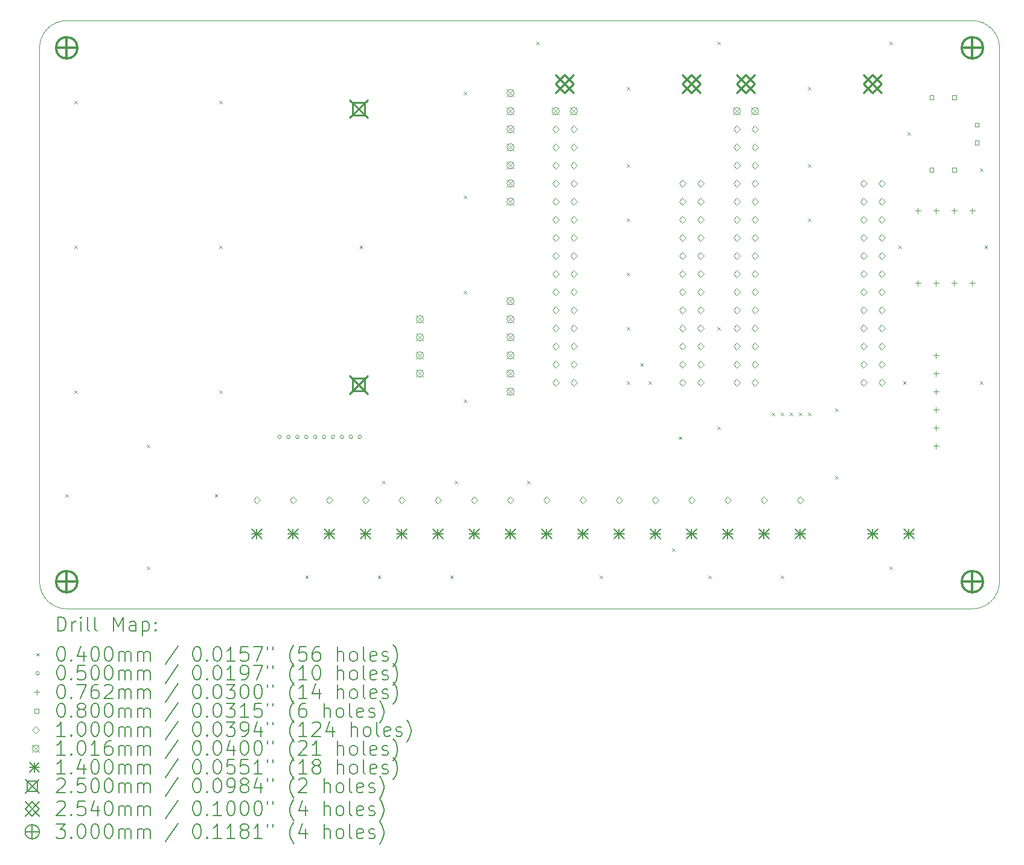
<source format=gbr>
%FSLAX45Y45*%
G04 Gerber Fmt 4.5, Leading zero omitted, Abs format (unit mm)*
G04 Created by KiCad (PCBNEW (6.0.5-0)) date 2022-06-17 11:18:39*
%MOMM*%
%LPD*%
G01*
G04 APERTURE LIST*
%TA.AperFunction,Profile*%
%ADD10C,0.050000*%
%TD*%
%ADD11C,0.200000*%
%ADD12C,0.040000*%
%ADD13C,0.050000*%
%ADD14C,0.076200*%
%ADD15C,0.080000*%
%ADD16C,0.100000*%
%ADD17C,0.101600*%
%ADD18C,0.140000*%
%ADD19C,0.250000*%
%ADD20C,0.254000*%
%ADD21C,0.300000*%
G04 APERTURE END LIST*
D10*
X8763000Y-13589000D02*
X8763000Y-6096000D01*
X8763000Y-13589000D02*
G75*
G03*
X9144000Y-13970000I381000J0D01*
G01*
X22225000Y-6096000D02*
X22225000Y-13589000D01*
X9144000Y-13970000D02*
X21844000Y-13970000D01*
X9144000Y-5715000D02*
X21844000Y-5715000D01*
X22225000Y-6096000D02*
G75*
G03*
X21844000Y-5715000I-381000J0D01*
G01*
X21844000Y-13970000D02*
G75*
G03*
X22225000Y-13589000I0J381000D01*
G01*
X9144000Y-5715000D02*
G75*
G03*
X8763000Y-6096000I0J-381000D01*
G01*
D11*
D12*
X9124000Y-12362500D02*
X9164000Y-12402500D01*
X9164000Y-12362500D02*
X9124000Y-12402500D01*
X9251000Y-6838000D02*
X9291000Y-6878000D01*
X9291000Y-6838000D02*
X9251000Y-6878000D01*
X9251000Y-8870000D02*
X9291000Y-8910000D01*
X9291000Y-8870000D02*
X9251000Y-8910000D01*
X9251000Y-10902000D02*
X9291000Y-10942000D01*
X9291000Y-10902000D02*
X9251000Y-10942000D01*
X10267000Y-11664000D02*
X10307000Y-11704000D01*
X10307000Y-11664000D02*
X10267000Y-11704000D01*
X10267000Y-13378500D02*
X10307000Y-13418500D01*
X10307000Y-13378500D02*
X10267000Y-13418500D01*
X11219500Y-12362500D02*
X11259500Y-12402500D01*
X11259500Y-12362500D02*
X11219500Y-12402500D01*
X11283000Y-6838000D02*
X11323000Y-6878000D01*
X11323000Y-6838000D02*
X11283000Y-6878000D01*
X11283000Y-8870000D02*
X11323000Y-8910000D01*
X11323000Y-8870000D02*
X11283000Y-8910000D01*
X11283000Y-10902000D02*
X11323000Y-10942000D01*
X11323000Y-10902000D02*
X11283000Y-10942000D01*
X12489500Y-13505500D02*
X12529500Y-13545500D01*
X12529500Y-13505500D02*
X12489500Y-13545500D01*
X13251500Y-8870000D02*
X13291500Y-8910000D01*
X13291500Y-8870000D02*
X13251500Y-8910000D01*
X13505500Y-13505500D02*
X13545500Y-13545500D01*
X13545500Y-13505500D02*
X13505500Y-13545500D01*
X13569000Y-12172000D02*
X13609000Y-12212000D01*
X13609000Y-12172000D02*
X13569000Y-12212000D01*
X14521500Y-13505500D02*
X14561500Y-13545500D01*
X14561500Y-13505500D02*
X14521500Y-13545500D01*
X14585000Y-12172000D02*
X14625000Y-12212000D01*
X14625000Y-12172000D02*
X14585000Y-12212000D01*
X14712000Y-6711000D02*
X14752000Y-6751000D01*
X14752000Y-6711000D02*
X14712000Y-6751000D01*
X14712000Y-8171500D02*
X14752000Y-8211500D01*
X14752000Y-8171500D02*
X14712000Y-8211500D01*
X14712000Y-9505000D02*
X14752000Y-9545000D01*
X14752000Y-9505000D02*
X14712000Y-9545000D01*
X14712000Y-11029000D02*
X14752000Y-11069000D01*
X14752000Y-11029000D02*
X14712000Y-11069000D01*
X15601000Y-12172000D02*
X15641000Y-12212000D01*
X15641000Y-12172000D02*
X15601000Y-12212000D01*
X15728000Y-6012500D02*
X15768000Y-6052500D01*
X15768000Y-6012500D02*
X15728000Y-6052500D01*
X16617000Y-13505500D02*
X16657000Y-13545500D01*
X16657000Y-13505500D02*
X16617000Y-13545500D01*
X16998000Y-6647500D02*
X17038000Y-6687500D01*
X17038000Y-6647500D02*
X16998000Y-6687500D01*
X16998000Y-7727000D02*
X17038000Y-7767000D01*
X17038000Y-7727000D02*
X16998000Y-7767000D01*
X16998000Y-8489000D02*
X17038000Y-8529000D01*
X17038000Y-8489000D02*
X16998000Y-8529000D01*
X16998000Y-9251000D02*
X17038000Y-9291000D01*
X17038000Y-9251000D02*
X16998000Y-9291000D01*
X16998000Y-10013000D02*
X17038000Y-10053000D01*
X17038000Y-10013000D02*
X16998000Y-10053000D01*
X16998000Y-10775000D02*
X17038000Y-10815000D01*
X17038000Y-10775000D02*
X16998000Y-10815000D01*
X17188500Y-10521000D02*
X17228500Y-10561000D01*
X17228500Y-10521000D02*
X17188500Y-10561000D01*
X17302800Y-10775000D02*
X17342800Y-10815000D01*
X17342800Y-10775000D02*
X17302800Y-10815000D01*
X17633000Y-13124500D02*
X17673000Y-13164500D01*
X17673000Y-13124500D02*
X17633000Y-13164500D01*
X17723762Y-11552572D02*
X17763762Y-11592572D01*
X17763762Y-11552572D02*
X17723762Y-11592572D01*
X18141000Y-13505500D02*
X18181000Y-13545500D01*
X18181000Y-13505500D02*
X18141000Y-13545500D01*
X18268000Y-6012500D02*
X18308000Y-6052500D01*
X18308000Y-6012500D02*
X18268000Y-6052500D01*
X18268000Y-10013000D02*
X18308000Y-10053000D01*
X18308000Y-10013000D02*
X18268000Y-10053000D01*
X18268000Y-11410000D02*
X18308000Y-11450000D01*
X18308000Y-11410000D02*
X18268000Y-11450000D01*
X19030000Y-11219500D02*
X19070000Y-11259500D01*
X19070000Y-11219500D02*
X19030000Y-11259500D01*
X19157000Y-11219500D02*
X19197000Y-11259500D01*
X19197000Y-11219500D02*
X19157000Y-11259500D01*
X19157000Y-13505500D02*
X19197000Y-13545500D01*
X19197000Y-13505500D02*
X19157000Y-13545500D01*
X19284000Y-11219500D02*
X19324000Y-11259500D01*
X19324000Y-11219500D02*
X19284000Y-11259500D01*
X19411000Y-11219500D02*
X19451000Y-11259500D01*
X19451000Y-11219500D02*
X19411000Y-11259500D01*
X19538000Y-6647500D02*
X19578000Y-6687500D01*
X19578000Y-6647500D02*
X19538000Y-6687500D01*
X19538000Y-7727000D02*
X19578000Y-7767000D01*
X19578000Y-7727000D02*
X19538000Y-7767000D01*
X19538000Y-8489000D02*
X19578000Y-8529000D01*
X19578000Y-8489000D02*
X19538000Y-8529000D01*
X19538000Y-11219500D02*
X19578000Y-11259500D01*
X19578000Y-11219500D02*
X19538000Y-11259500D01*
X19919000Y-11156000D02*
X19959000Y-11196000D01*
X19959000Y-11156000D02*
X19919000Y-11196000D01*
X19919000Y-12108500D02*
X19959000Y-12148500D01*
X19959000Y-12108500D02*
X19919000Y-12148500D01*
X20681000Y-6012500D02*
X20721000Y-6052500D01*
X20721000Y-6012500D02*
X20681000Y-6052500D01*
X20681000Y-13378500D02*
X20721000Y-13418500D01*
X20721000Y-13378500D02*
X20681000Y-13418500D01*
X20808000Y-8870000D02*
X20848000Y-8910000D01*
X20848000Y-8870000D02*
X20808000Y-8910000D01*
X20871500Y-10775000D02*
X20911500Y-10815000D01*
X20911500Y-10775000D02*
X20871500Y-10815000D01*
X20935000Y-7282500D02*
X20975000Y-7322500D01*
X20975000Y-7282500D02*
X20935000Y-7322500D01*
X21951000Y-7790500D02*
X21991000Y-7830500D01*
X21991000Y-7790500D02*
X21951000Y-7830500D01*
X21951000Y-10775000D02*
X21991000Y-10815000D01*
X21991000Y-10775000D02*
X21951000Y-10815000D01*
X22014500Y-8870000D02*
X22054500Y-8910000D01*
X22054500Y-8870000D02*
X22014500Y-8910000D01*
D13*
X12153500Y-11557000D02*
G75*
G03*
X12153500Y-11557000I-25000J0D01*
G01*
X12278500Y-11557000D02*
G75*
G03*
X12278500Y-11557000I-25000J0D01*
G01*
X12403500Y-11557000D02*
G75*
G03*
X12403500Y-11557000I-25000J0D01*
G01*
X12528500Y-11557000D02*
G75*
G03*
X12528500Y-11557000I-25000J0D01*
G01*
X12653500Y-11557000D02*
G75*
G03*
X12653500Y-11557000I-25000J0D01*
G01*
X12778500Y-11557000D02*
G75*
G03*
X12778500Y-11557000I-25000J0D01*
G01*
X12903500Y-11557000D02*
G75*
G03*
X12903500Y-11557000I-25000J0D01*
G01*
X13028500Y-11557000D02*
G75*
G03*
X13028500Y-11557000I-25000J0D01*
G01*
X13153500Y-11557000D02*
G75*
G03*
X13153500Y-11557000I-25000J0D01*
G01*
X13278500Y-11557000D02*
G75*
G03*
X13278500Y-11557000I-25000J0D01*
G01*
D14*
X21082000Y-8343900D02*
X21082000Y-8420100D01*
X21043900Y-8382000D02*
X21120100Y-8382000D01*
X21082000Y-9359900D02*
X21082000Y-9436100D01*
X21043900Y-9398000D02*
X21120100Y-9398000D01*
X21336000Y-8343900D02*
X21336000Y-8420100D01*
X21297900Y-8382000D02*
X21374100Y-8382000D01*
X21336000Y-9359900D02*
X21336000Y-9436100D01*
X21297900Y-9398000D02*
X21374100Y-9398000D01*
X21336000Y-10375900D02*
X21336000Y-10452100D01*
X21297900Y-10414000D02*
X21374100Y-10414000D01*
X21336000Y-10629900D02*
X21336000Y-10706100D01*
X21297900Y-10668000D02*
X21374100Y-10668000D01*
X21336000Y-10883900D02*
X21336000Y-10960100D01*
X21297900Y-10922000D02*
X21374100Y-10922000D01*
X21336000Y-11137900D02*
X21336000Y-11214100D01*
X21297900Y-11176000D02*
X21374100Y-11176000D01*
X21336000Y-11391900D02*
X21336000Y-11468100D01*
X21297900Y-11430000D02*
X21374100Y-11430000D01*
X21336000Y-11645900D02*
X21336000Y-11722100D01*
X21297900Y-11684000D02*
X21374100Y-11684000D01*
X21590000Y-8343900D02*
X21590000Y-8420100D01*
X21551900Y-8382000D02*
X21628100Y-8382000D01*
X21590000Y-9359900D02*
X21590000Y-9436100D01*
X21551900Y-9398000D02*
X21628100Y-9398000D01*
X21844000Y-8343900D02*
X21844000Y-8420100D01*
X21805900Y-8382000D02*
X21882100Y-8382000D01*
X21844000Y-9359900D02*
X21844000Y-9436100D01*
X21805900Y-9398000D02*
X21882100Y-9398000D01*
D15*
X21300785Y-6820784D02*
X21300785Y-6764215D01*
X21244216Y-6764215D01*
X21244216Y-6820784D01*
X21300785Y-6820784D01*
X21300785Y-7836784D02*
X21300785Y-7780215D01*
X21244216Y-7780215D01*
X21244216Y-7836784D01*
X21300785Y-7836784D01*
X21618285Y-6820784D02*
X21618285Y-6764215D01*
X21561716Y-6764215D01*
X21561716Y-6820784D01*
X21618285Y-6820784D01*
X21618285Y-7836784D02*
X21618285Y-7780215D01*
X21561716Y-7780215D01*
X21561716Y-7836784D01*
X21618285Y-7836784D01*
X21935785Y-7205784D02*
X21935785Y-7149215D01*
X21879216Y-7149215D01*
X21879216Y-7205784D01*
X21935785Y-7205784D01*
X21935785Y-7455784D02*
X21935785Y-7399215D01*
X21879216Y-7399215D01*
X21879216Y-7455784D01*
X21935785Y-7455784D01*
D16*
X11811000Y-12496000D02*
X11861000Y-12446000D01*
X11811000Y-12396000D01*
X11761000Y-12446000D01*
X11811000Y-12496000D01*
X12319000Y-12496000D02*
X12369000Y-12446000D01*
X12319000Y-12396000D01*
X12269000Y-12446000D01*
X12319000Y-12496000D01*
X12827000Y-12496000D02*
X12877000Y-12446000D01*
X12827000Y-12396000D01*
X12777000Y-12446000D01*
X12827000Y-12496000D01*
X13335000Y-12496000D02*
X13385000Y-12446000D01*
X13335000Y-12396000D01*
X13285000Y-12446000D01*
X13335000Y-12496000D01*
X13843000Y-12496000D02*
X13893000Y-12446000D01*
X13843000Y-12396000D01*
X13793000Y-12446000D01*
X13843000Y-12496000D01*
X14351000Y-12496000D02*
X14401000Y-12446000D01*
X14351000Y-12396000D01*
X14301000Y-12446000D01*
X14351000Y-12496000D01*
X14859000Y-12496000D02*
X14909000Y-12446000D01*
X14859000Y-12396000D01*
X14809000Y-12446000D01*
X14859000Y-12496000D01*
X15367000Y-12496000D02*
X15417000Y-12446000D01*
X15367000Y-12396000D01*
X15317000Y-12446000D01*
X15367000Y-12496000D01*
X15875000Y-12496000D02*
X15925000Y-12446000D01*
X15875000Y-12396000D01*
X15825000Y-12446000D01*
X15875000Y-12496000D01*
X16002000Y-7289000D02*
X16052000Y-7239000D01*
X16002000Y-7189000D01*
X15952000Y-7239000D01*
X16002000Y-7289000D01*
X16002000Y-7543000D02*
X16052000Y-7493000D01*
X16002000Y-7443000D01*
X15952000Y-7493000D01*
X16002000Y-7543000D01*
X16002000Y-7797000D02*
X16052000Y-7747000D01*
X16002000Y-7697000D01*
X15952000Y-7747000D01*
X16002000Y-7797000D01*
X16002000Y-8051000D02*
X16052000Y-8001000D01*
X16002000Y-7951000D01*
X15952000Y-8001000D01*
X16002000Y-8051000D01*
X16002000Y-8305000D02*
X16052000Y-8255000D01*
X16002000Y-8205000D01*
X15952000Y-8255000D01*
X16002000Y-8305000D01*
X16002000Y-8559000D02*
X16052000Y-8509000D01*
X16002000Y-8459000D01*
X15952000Y-8509000D01*
X16002000Y-8559000D01*
X16002000Y-8813000D02*
X16052000Y-8763000D01*
X16002000Y-8713000D01*
X15952000Y-8763000D01*
X16002000Y-8813000D01*
X16002000Y-9067000D02*
X16052000Y-9017000D01*
X16002000Y-8967000D01*
X15952000Y-9017000D01*
X16002000Y-9067000D01*
X16002000Y-9321000D02*
X16052000Y-9271000D01*
X16002000Y-9221000D01*
X15952000Y-9271000D01*
X16002000Y-9321000D01*
X16002000Y-9575000D02*
X16052000Y-9525000D01*
X16002000Y-9475000D01*
X15952000Y-9525000D01*
X16002000Y-9575000D01*
X16002000Y-9829000D02*
X16052000Y-9779000D01*
X16002000Y-9729000D01*
X15952000Y-9779000D01*
X16002000Y-9829000D01*
X16002000Y-10083000D02*
X16052000Y-10033000D01*
X16002000Y-9983000D01*
X15952000Y-10033000D01*
X16002000Y-10083000D01*
X16002000Y-10337000D02*
X16052000Y-10287000D01*
X16002000Y-10237000D01*
X15952000Y-10287000D01*
X16002000Y-10337000D01*
X16002000Y-10591000D02*
X16052000Y-10541000D01*
X16002000Y-10491000D01*
X15952000Y-10541000D01*
X16002000Y-10591000D01*
X16002000Y-10845000D02*
X16052000Y-10795000D01*
X16002000Y-10745000D01*
X15952000Y-10795000D01*
X16002000Y-10845000D01*
X16256000Y-7289000D02*
X16306000Y-7239000D01*
X16256000Y-7189000D01*
X16206000Y-7239000D01*
X16256000Y-7289000D01*
X16256000Y-7543000D02*
X16306000Y-7493000D01*
X16256000Y-7443000D01*
X16206000Y-7493000D01*
X16256000Y-7543000D01*
X16256000Y-7797000D02*
X16306000Y-7747000D01*
X16256000Y-7697000D01*
X16206000Y-7747000D01*
X16256000Y-7797000D01*
X16256000Y-8051000D02*
X16306000Y-8001000D01*
X16256000Y-7951000D01*
X16206000Y-8001000D01*
X16256000Y-8051000D01*
X16256000Y-8305000D02*
X16306000Y-8255000D01*
X16256000Y-8205000D01*
X16206000Y-8255000D01*
X16256000Y-8305000D01*
X16256000Y-8559000D02*
X16306000Y-8509000D01*
X16256000Y-8459000D01*
X16206000Y-8509000D01*
X16256000Y-8559000D01*
X16256000Y-8813000D02*
X16306000Y-8763000D01*
X16256000Y-8713000D01*
X16206000Y-8763000D01*
X16256000Y-8813000D01*
X16256000Y-9067000D02*
X16306000Y-9017000D01*
X16256000Y-8967000D01*
X16206000Y-9017000D01*
X16256000Y-9067000D01*
X16256000Y-9321000D02*
X16306000Y-9271000D01*
X16256000Y-9221000D01*
X16206000Y-9271000D01*
X16256000Y-9321000D01*
X16256000Y-9575000D02*
X16306000Y-9525000D01*
X16256000Y-9475000D01*
X16206000Y-9525000D01*
X16256000Y-9575000D01*
X16256000Y-9829000D02*
X16306000Y-9779000D01*
X16256000Y-9729000D01*
X16206000Y-9779000D01*
X16256000Y-9829000D01*
X16256000Y-10083000D02*
X16306000Y-10033000D01*
X16256000Y-9983000D01*
X16206000Y-10033000D01*
X16256000Y-10083000D01*
X16256000Y-10337000D02*
X16306000Y-10287000D01*
X16256000Y-10237000D01*
X16206000Y-10287000D01*
X16256000Y-10337000D01*
X16256000Y-10591000D02*
X16306000Y-10541000D01*
X16256000Y-10491000D01*
X16206000Y-10541000D01*
X16256000Y-10591000D01*
X16256000Y-10845000D02*
X16306000Y-10795000D01*
X16256000Y-10745000D01*
X16206000Y-10795000D01*
X16256000Y-10845000D01*
X16383000Y-12496000D02*
X16433000Y-12446000D01*
X16383000Y-12396000D01*
X16333000Y-12446000D01*
X16383000Y-12496000D01*
X16891000Y-12496000D02*
X16941000Y-12446000D01*
X16891000Y-12396000D01*
X16841000Y-12446000D01*
X16891000Y-12496000D01*
X17399000Y-12496000D02*
X17449000Y-12446000D01*
X17399000Y-12396000D01*
X17349000Y-12446000D01*
X17399000Y-12496000D01*
X17780000Y-8051000D02*
X17830000Y-8001000D01*
X17780000Y-7951000D01*
X17730000Y-8001000D01*
X17780000Y-8051000D01*
X17780000Y-8305000D02*
X17830000Y-8255000D01*
X17780000Y-8205000D01*
X17730000Y-8255000D01*
X17780000Y-8305000D01*
X17780000Y-8559000D02*
X17830000Y-8509000D01*
X17780000Y-8459000D01*
X17730000Y-8509000D01*
X17780000Y-8559000D01*
X17780000Y-8813000D02*
X17830000Y-8763000D01*
X17780000Y-8713000D01*
X17730000Y-8763000D01*
X17780000Y-8813000D01*
X17780000Y-9067000D02*
X17830000Y-9017000D01*
X17780000Y-8967000D01*
X17730000Y-9017000D01*
X17780000Y-9067000D01*
X17780000Y-9321000D02*
X17830000Y-9271000D01*
X17780000Y-9221000D01*
X17730000Y-9271000D01*
X17780000Y-9321000D01*
X17780000Y-9575000D02*
X17830000Y-9525000D01*
X17780000Y-9475000D01*
X17730000Y-9525000D01*
X17780000Y-9575000D01*
X17780000Y-9829000D02*
X17830000Y-9779000D01*
X17780000Y-9729000D01*
X17730000Y-9779000D01*
X17780000Y-9829000D01*
X17780000Y-10083000D02*
X17830000Y-10033000D01*
X17780000Y-9983000D01*
X17730000Y-10033000D01*
X17780000Y-10083000D01*
X17780000Y-10337000D02*
X17830000Y-10287000D01*
X17780000Y-10237000D01*
X17730000Y-10287000D01*
X17780000Y-10337000D01*
X17780000Y-10591000D02*
X17830000Y-10541000D01*
X17780000Y-10491000D01*
X17730000Y-10541000D01*
X17780000Y-10591000D01*
X17780000Y-10845000D02*
X17830000Y-10795000D01*
X17780000Y-10745000D01*
X17730000Y-10795000D01*
X17780000Y-10845000D01*
X17907000Y-12496000D02*
X17957000Y-12446000D01*
X17907000Y-12396000D01*
X17857000Y-12446000D01*
X17907000Y-12496000D01*
X18034000Y-8051000D02*
X18084000Y-8001000D01*
X18034000Y-7951000D01*
X17984000Y-8001000D01*
X18034000Y-8051000D01*
X18034000Y-8305000D02*
X18084000Y-8255000D01*
X18034000Y-8205000D01*
X17984000Y-8255000D01*
X18034000Y-8305000D01*
X18034000Y-8559000D02*
X18084000Y-8509000D01*
X18034000Y-8459000D01*
X17984000Y-8509000D01*
X18034000Y-8559000D01*
X18034000Y-8813000D02*
X18084000Y-8763000D01*
X18034000Y-8713000D01*
X17984000Y-8763000D01*
X18034000Y-8813000D01*
X18034000Y-9067000D02*
X18084000Y-9017000D01*
X18034000Y-8967000D01*
X17984000Y-9017000D01*
X18034000Y-9067000D01*
X18034000Y-9321000D02*
X18084000Y-9271000D01*
X18034000Y-9221000D01*
X17984000Y-9271000D01*
X18034000Y-9321000D01*
X18034000Y-9575000D02*
X18084000Y-9525000D01*
X18034000Y-9475000D01*
X17984000Y-9525000D01*
X18034000Y-9575000D01*
X18034000Y-9829000D02*
X18084000Y-9779000D01*
X18034000Y-9729000D01*
X17984000Y-9779000D01*
X18034000Y-9829000D01*
X18034000Y-10083000D02*
X18084000Y-10033000D01*
X18034000Y-9983000D01*
X17984000Y-10033000D01*
X18034000Y-10083000D01*
X18034000Y-10337000D02*
X18084000Y-10287000D01*
X18034000Y-10237000D01*
X17984000Y-10287000D01*
X18034000Y-10337000D01*
X18034000Y-10591000D02*
X18084000Y-10541000D01*
X18034000Y-10491000D01*
X17984000Y-10541000D01*
X18034000Y-10591000D01*
X18034000Y-10845000D02*
X18084000Y-10795000D01*
X18034000Y-10745000D01*
X17984000Y-10795000D01*
X18034000Y-10845000D01*
X18415000Y-12496000D02*
X18465000Y-12446000D01*
X18415000Y-12396000D01*
X18365000Y-12446000D01*
X18415000Y-12496000D01*
X18542000Y-7289000D02*
X18592000Y-7239000D01*
X18542000Y-7189000D01*
X18492000Y-7239000D01*
X18542000Y-7289000D01*
X18542000Y-7543000D02*
X18592000Y-7493000D01*
X18542000Y-7443000D01*
X18492000Y-7493000D01*
X18542000Y-7543000D01*
X18542000Y-7797000D02*
X18592000Y-7747000D01*
X18542000Y-7697000D01*
X18492000Y-7747000D01*
X18542000Y-7797000D01*
X18542000Y-8051000D02*
X18592000Y-8001000D01*
X18542000Y-7951000D01*
X18492000Y-8001000D01*
X18542000Y-8051000D01*
X18542000Y-8305000D02*
X18592000Y-8255000D01*
X18542000Y-8205000D01*
X18492000Y-8255000D01*
X18542000Y-8305000D01*
X18542000Y-8559000D02*
X18592000Y-8509000D01*
X18542000Y-8459000D01*
X18492000Y-8509000D01*
X18542000Y-8559000D01*
X18542000Y-8813000D02*
X18592000Y-8763000D01*
X18542000Y-8713000D01*
X18492000Y-8763000D01*
X18542000Y-8813000D01*
X18542000Y-9067000D02*
X18592000Y-9017000D01*
X18542000Y-8967000D01*
X18492000Y-9017000D01*
X18542000Y-9067000D01*
X18542000Y-9321000D02*
X18592000Y-9271000D01*
X18542000Y-9221000D01*
X18492000Y-9271000D01*
X18542000Y-9321000D01*
X18542000Y-9575000D02*
X18592000Y-9525000D01*
X18542000Y-9475000D01*
X18492000Y-9525000D01*
X18542000Y-9575000D01*
X18542000Y-9829000D02*
X18592000Y-9779000D01*
X18542000Y-9729000D01*
X18492000Y-9779000D01*
X18542000Y-9829000D01*
X18542000Y-10083000D02*
X18592000Y-10033000D01*
X18542000Y-9983000D01*
X18492000Y-10033000D01*
X18542000Y-10083000D01*
X18542000Y-10337000D02*
X18592000Y-10287000D01*
X18542000Y-10237000D01*
X18492000Y-10287000D01*
X18542000Y-10337000D01*
X18542000Y-10591000D02*
X18592000Y-10541000D01*
X18542000Y-10491000D01*
X18492000Y-10541000D01*
X18542000Y-10591000D01*
X18542000Y-10845000D02*
X18592000Y-10795000D01*
X18542000Y-10745000D01*
X18492000Y-10795000D01*
X18542000Y-10845000D01*
X18796000Y-7289000D02*
X18846000Y-7239000D01*
X18796000Y-7189000D01*
X18746000Y-7239000D01*
X18796000Y-7289000D01*
X18796000Y-7543000D02*
X18846000Y-7493000D01*
X18796000Y-7443000D01*
X18746000Y-7493000D01*
X18796000Y-7543000D01*
X18796000Y-7797000D02*
X18846000Y-7747000D01*
X18796000Y-7697000D01*
X18746000Y-7747000D01*
X18796000Y-7797000D01*
X18796000Y-8051000D02*
X18846000Y-8001000D01*
X18796000Y-7951000D01*
X18746000Y-8001000D01*
X18796000Y-8051000D01*
X18796000Y-8305000D02*
X18846000Y-8255000D01*
X18796000Y-8205000D01*
X18746000Y-8255000D01*
X18796000Y-8305000D01*
X18796000Y-8559000D02*
X18846000Y-8509000D01*
X18796000Y-8459000D01*
X18746000Y-8509000D01*
X18796000Y-8559000D01*
X18796000Y-8813000D02*
X18846000Y-8763000D01*
X18796000Y-8713000D01*
X18746000Y-8763000D01*
X18796000Y-8813000D01*
X18796000Y-9067000D02*
X18846000Y-9017000D01*
X18796000Y-8967000D01*
X18746000Y-9017000D01*
X18796000Y-9067000D01*
X18796000Y-9321000D02*
X18846000Y-9271000D01*
X18796000Y-9221000D01*
X18746000Y-9271000D01*
X18796000Y-9321000D01*
X18796000Y-9575000D02*
X18846000Y-9525000D01*
X18796000Y-9475000D01*
X18746000Y-9525000D01*
X18796000Y-9575000D01*
X18796000Y-9829000D02*
X18846000Y-9779000D01*
X18796000Y-9729000D01*
X18746000Y-9779000D01*
X18796000Y-9829000D01*
X18796000Y-10083000D02*
X18846000Y-10033000D01*
X18796000Y-9983000D01*
X18746000Y-10033000D01*
X18796000Y-10083000D01*
X18796000Y-10337000D02*
X18846000Y-10287000D01*
X18796000Y-10237000D01*
X18746000Y-10287000D01*
X18796000Y-10337000D01*
X18796000Y-10591000D02*
X18846000Y-10541000D01*
X18796000Y-10491000D01*
X18746000Y-10541000D01*
X18796000Y-10591000D01*
X18796000Y-10845000D02*
X18846000Y-10795000D01*
X18796000Y-10745000D01*
X18746000Y-10795000D01*
X18796000Y-10845000D01*
X18923000Y-12496000D02*
X18973000Y-12446000D01*
X18923000Y-12396000D01*
X18873000Y-12446000D01*
X18923000Y-12496000D01*
X19431000Y-12496000D02*
X19481000Y-12446000D01*
X19431000Y-12396000D01*
X19381000Y-12446000D01*
X19431000Y-12496000D01*
X20320000Y-8051000D02*
X20370000Y-8001000D01*
X20320000Y-7951000D01*
X20270000Y-8001000D01*
X20320000Y-8051000D01*
X20320000Y-8305000D02*
X20370000Y-8255000D01*
X20320000Y-8205000D01*
X20270000Y-8255000D01*
X20320000Y-8305000D01*
X20320000Y-8559000D02*
X20370000Y-8509000D01*
X20320000Y-8459000D01*
X20270000Y-8509000D01*
X20320000Y-8559000D01*
X20320000Y-8813000D02*
X20370000Y-8763000D01*
X20320000Y-8713000D01*
X20270000Y-8763000D01*
X20320000Y-8813000D01*
X20320000Y-9067000D02*
X20370000Y-9017000D01*
X20320000Y-8967000D01*
X20270000Y-9017000D01*
X20320000Y-9067000D01*
X20320000Y-9321000D02*
X20370000Y-9271000D01*
X20320000Y-9221000D01*
X20270000Y-9271000D01*
X20320000Y-9321000D01*
X20320000Y-9575000D02*
X20370000Y-9525000D01*
X20320000Y-9475000D01*
X20270000Y-9525000D01*
X20320000Y-9575000D01*
X20320000Y-9829000D02*
X20370000Y-9779000D01*
X20320000Y-9729000D01*
X20270000Y-9779000D01*
X20320000Y-9829000D01*
X20320000Y-10083000D02*
X20370000Y-10033000D01*
X20320000Y-9983000D01*
X20270000Y-10033000D01*
X20320000Y-10083000D01*
X20320000Y-10337000D02*
X20370000Y-10287000D01*
X20320000Y-10237000D01*
X20270000Y-10287000D01*
X20320000Y-10337000D01*
X20320000Y-10591000D02*
X20370000Y-10541000D01*
X20320000Y-10491000D01*
X20270000Y-10541000D01*
X20320000Y-10591000D01*
X20320000Y-10845000D02*
X20370000Y-10795000D01*
X20320000Y-10745000D01*
X20270000Y-10795000D01*
X20320000Y-10845000D01*
X20574000Y-8051000D02*
X20624000Y-8001000D01*
X20574000Y-7951000D01*
X20524000Y-8001000D01*
X20574000Y-8051000D01*
X20574000Y-8305000D02*
X20624000Y-8255000D01*
X20574000Y-8205000D01*
X20524000Y-8255000D01*
X20574000Y-8305000D01*
X20574000Y-8559000D02*
X20624000Y-8509000D01*
X20574000Y-8459000D01*
X20524000Y-8509000D01*
X20574000Y-8559000D01*
X20574000Y-8813000D02*
X20624000Y-8763000D01*
X20574000Y-8713000D01*
X20524000Y-8763000D01*
X20574000Y-8813000D01*
X20574000Y-9067000D02*
X20624000Y-9017000D01*
X20574000Y-8967000D01*
X20524000Y-9017000D01*
X20574000Y-9067000D01*
X20574000Y-9321000D02*
X20624000Y-9271000D01*
X20574000Y-9221000D01*
X20524000Y-9271000D01*
X20574000Y-9321000D01*
X20574000Y-9575000D02*
X20624000Y-9525000D01*
X20574000Y-9475000D01*
X20524000Y-9525000D01*
X20574000Y-9575000D01*
X20574000Y-9829000D02*
X20624000Y-9779000D01*
X20574000Y-9729000D01*
X20524000Y-9779000D01*
X20574000Y-9829000D01*
X20574000Y-10083000D02*
X20624000Y-10033000D01*
X20574000Y-9983000D01*
X20524000Y-10033000D01*
X20574000Y-10083000D01*
X20574000Y-10337000D02*
X20624000Y-10287000D01*
X20574000Y-10237000D01*
X20524000Y-10287000D01*
X20574000Y-10337000D01*
X20574000Y-10591000D02*
X20624000Y-10541000D01*
X20574000Y-10491000D01*
X20524000Y-10541000D01*
X20574000Y-10591000D01*
X20574000Y-10845000D02*
X20624000Y-10795000D01*
X20574000Y-10745000D01*
X20524000Y-10795000D01*
X20574000Y-10845000D01*
D17*
X14046200Y-9855200D02*
X14147800Y-9956800D01*
X14147800Y-9855200D02*
X14046200Y-9956800D01*
X14147800Y-9906000D02*
G75*
G03*
X14147800Y-9906000I-50800J0D01*
G01*
X14046200Y-10109200D02*
X14147800Y-10210800D01*
X14147800Y-10109200D02*
X14046200Y-10210800D01*
X14147800Y-10160000D02*
G75*
G03*
X14147800Y-10160000I-50800J0D01*
G01*
X14046200Y-10363200D02*
X14147800Y-10464800D01*
X14147800Y-10363200D02*
X14046200Y-10464800D01*
X14147800Y-10414000D02*
G75*
G03*
X14147800Y-10414000I-50800J0D01*
G01*
X14046200Y-10617200D02*
X14147800Y-10718800D01*
X14147800Y-10617200D02*
X14046200Y-10718800D01*
X14147800Y-10668000D02*
G75*
G03*
X14147800Y-10668000I-50800J0D01*
G01*
X15316200Y-6680200D02*
X15417800Y-6781800D01*
X15417800Y-6680200D02*
X15316200Y-6781800D01*
X15417800Y-6731000D02*
G75*
G03*
X15417800Y-6731000I-50800J0D01*
G01*
X15316200Y-6934200D02*
X15417800Y-7035800D01*
X15417800Y-6934200D02*
X15316200Y-7035800D01*
X15417800Y-6985000D02*
G75*
G03*
X15417800Y-6985000I-50800J0D01*
G01*
X15316200Y-7188200D02*
X15417800Y-7289800D01*
X15417800Y-7188200D02*
X15316200Y-7289800D01*
X15417800Y-7239000D02*
G75*
G03*
X15417800Y-7239000I-50800J0D01*
G01*
X15316200Y-7442200D02*
X15417800Y-7543800D01*
X15417800Y-7442200D02*
X15316200Y-7543800D01*
X15417800Y-7493000D02*
G75*
G03*
X15417800Y-7493000I-50800J0D01*
G01*
X15316200Y-7696200D02*
X15417800Y-7797800D01*
X15417800Y-7696200D02*
X15316200Y-7797800D01*
X15417800Y-7747000D02*
G75*
G03*
X15417800Y-7747000I-50800J0D01*
G01*
X15316200Y-7950200D02*
X15417800Y-8051800D01*
X15417800Y-7950200D02*
X15316200Y-8051800D01*
X15417800Y-8001000D02*
G75*
G03*
X15417800Y-8001000I-50800J0D01*
G01*
X15316200Y-8204200D02*
X15417800Y-8305800D01*
X15417800Y-8204200D02*
X15316200Y-8305800D01*
X15417800Y-8255000D02*
G75*
G03*
X15417800Y-8255000I-50800J0D01*
G01*
X15316200Y-9601200D02*
X15417800Y-9702800D01*
X15417800Y-9601200D02*
X15316200Y-9702800D01*
X15417800Y-9652000D02*
G75*
G03*
X15417800Y-9652000I-50800J0D01*
G01*
X15316200Y-9855200D02*
X15417800Y-9956800D01*
X15417800Y-9855200D02*
X15316200Y-9956800D01*
X15417800Y-9906000D02*
G75*
G03*
X15417800Y-9906000I-50800J0D01*
G01*
X15316200Y-10109200D02*
X15417800Y-10210800D01*
X15417800Y-10109200D02*
X15316200Y-10210800D01*
X15417800Y-10160000D02*
G75*
G03*
X15417800Y-10160000I-50800J0D01*
G01*
X15316200Y-10363200D02*
X15417800Y-10464800D01*
X15417800Y-10363200D02*
X15316200Y-10464800D01*
X15417800Y-10414000D02*
G75*
G03*
X15417800Y-10414000I-50800J0D01*
G01*
X15316200Y-10617200D02*
X15417800Y-10718800D01*
X15417800Y-10617200D02*
X15316200Y-10718800D01*
X15417800Y-10668000D02*
G75*
G03*
X15417800Y-10668000I-50800J0D01*
G01*
X15316200Y-10871200D02*
X15417800Y-10972800D01*
X15417800Y-10871200D02*
X15316200Y-10972800D01*
X15417800Y-10922000D02*
G75*
G03*
X15417800Y-10922000I-50800J0D01*
G01*
X15951200Y-6934200D02*
X16052800Y-7035800D01*
X16052800Y-6934200D02*
X15951200Y-7035800D01*
X16052800Y-6985000D02*
G75*
G03*
X16052800Y-6985000I-50800J0D01*
G01*
X16205200Y-6934200D02*
X16306800Y-7035800D01*
X16306800Y-6934200D02*
X16205200Y-7035800D01*
X16306800Y-6985000D02*
G75*
G03*
X16306800Y-6985000I-50800J0D01*
G01*
X18491200Y-6934200D02*
X18592800Y-7035800D01*
X18592800Y-6934200D02*
X18491200Y-7035800D01*
X18592800Y-6985000D02*
G75*
G03*
X18592800Y-6985000I-50800J0D01*
G01*
X18745200Y-6934200D02*
X18846800Y-7035800D01*
X18846800Y-6934200D02*
X18745200Y-7035800D01*
X18846800Y-6985000D02*
G75*
G03*
X18846800Y-6985000I-50800J0D01*
G01*
D18*
X11741000Y-12849150D02*
X11881000Y-12989150D01*
X11881000Y-12849150D02*
X11741000Y-12989150D01*
X11811000Y-12849150D02*
X11811000Y-12989150D01*
X11741000Y-12919150D02*
X11881000Y-12919150D01*
X12249000Y-12849150D02*
X12389000Y-12989150D01*
X12389000Y-12849150D02*
X12249000Y-12989150D01*
X12319000Y-12849150D02*
X12319000Y-12989150D01*
X12249000Y-12919150D02*
X12389000Y-12919150D01*
X12757000Y-12849150D02*
X12897000Y-12989150D01*
X12897000Y-12849150D02*
X12757000Y-12989150D01*
X12827000Y-12849150D02*
X12827000Y-12989150D01*
X12757000Y-12919150D02*
X12897000Y-12919150D01*
X13265000Y-12849150D02*
X13405000Y-12989150D01*
X13405000Y-12849150D02*
X13265000Y-12989150D01*
X13335000Y-12849150D02*
X13335000Y-12989150D01*
X13265000Y-12919150D02*
X13405000Y-12919150D01*
X13773000Y-12849150D02*
X13913000Y-12989150D01*
X13913000Y-12849150D02*
X13773000Y-12989150D01*
X13843000Y-12849150D02*
X13843000Y-12989150D01*
X13773000Y-12919150D02*
X13913000Y-12919150D01*
X14281000Y-12849150D02*
X14421000Y-12989150D01*
X14421000Y-12849150D02*
X14281000Y-12989150D01*
X14351000Y-12849150D02*
X14351000Y-12989150D01*
X14281000Y-12919150D02*
X14421000Y-12919150D01*
X14789000Y-12849150D02*
X14929000Y-12989150D01*
X14929000Y-12849150D02*
X14789000Y-12989150D01*
X14859000Y-12849150D02*
X14859000Y-12989150D01*
X14789000Y-12919150D02*
X14929000Y-12919150D01*
X15297000Y-12849150D02*
X15437000Y-12989150D01*
X15437000Y-12849150D02*
X15297000Y-12989150D01*
X15367000Y-12849150D02*
X15367000Y-12989150D01*
X15297000Y-12919150D02*
X15437000Y-12919150D01*
X15805000Y-12849150D02*
X15945000Y-12989150D01*
X15945000Y-12849150D02*
X15805000Y-12989150D01*
X15875000Y-12849150D02*
X15875000Y-12989150D01*
X15805000Y-12919150D02*
X15945000Y-12919150D01*
X16313000Y-12849150D02*
X16453000Y-12989150D01*
X16453000Y-12849150D02*
X16313000Y-12989150D01*
X16383000Y-12849150D02*
X16383000Y-12989150D01*
X16313000Y-12919150D02*
X16453000Y-12919150D01*
X16821000Y-12849150D02*
X16961000Y-12989150D01*
X16961000Y-12849150D02*
X16821000Y-12989150D01*
X16891000Y-12849150D02*
X16891000Y-12989150D01*
X16821000Y-12919150D02*
X16961000Y-12919150D01*
X17329000Y-12849150D02*
X17469000Y-12989150D01*
X17469000Y-12849150D02*
X17329000Y-12989150D01*
X17399000Y-12849150D02*
X17399000Y-12989150D01*
X17329000Y-12919150D02*
X17469000Y-12919150D01*
X17837000Y-12849150D02*
X17977000Y-12989150D01*
X17977000Y-12849150D02*
X17837000Y-12989150D01*
X17907000Y-12849150D02*
X17907000Y-12989150D01*
X17837000Y-12919150D02*
X17977000Y-12919150D01*
X18345000Y-12849150D02*
X18485000Y-12989150D01*
X18485000Y-12849150D02*
X18345000Y-12989150D01*
X18415000Y-12849150D02*
X18415000Y-12989150D01*
X18345000Y-12919150D02*
X18485000Y-12919150D01*
X18853000Y-12849150D02*
X18993000Y-12989150D01*
X18993000Y-12849150D02*
X18853000Y-12989150D01*
X18923000Y-12849150D02*
X18923000Y-12989150D01*
X18853000Y-12919150D02*
X18993000Y-12919150D01*
X19361000Y-12849150D02*
X19501000Y-12989150D01*
X19501000Y-12849150D02*
X19361000Y-12989150D01*
X19431000Y-12849150D02*
X19431000Y-12989150D01*
X19361000Y-12919150D02*
X19501000Y-12919150D01*
X20377000Y-12849150D02*
X20517000Y-12989150D01*
X20517000Y-12849150D02*
X20377000Y-12989150D01*
X20447000Y-12849150D02*
X20447000Y-12989150D01*
X20377000Y-12919150D02*
X20517000Y-12919150D01*
X20885000Y-12849150D02*
X21025000Y-12989150D01*
X21025000Y-12849150D02*
X20885000Y-12989150D01*
X20955000Y-12849150D02*
X20955000Y-12989150D01*
X20885000Y-12919150D02*
X21025000Y-12919150D01*
D19*
X13113000Y-6830000D02*
X13363000Y-7080000D01*
X13363000Y-6830000D02*
X13113000Y-7080000D01*
X13326389Y-7043389D02*
X13326389Y-6866611D01*
X13149611Y-6866611D01*
X13149611Y-7043389D01*
X13326389Y-7043389D01*
X13113000Y-10700000D02*
X13363000Y-10950000D01*
X13363000Y-10700000D02*
X13113000Y-10950000D01*
X13326389Y-10913389D02*
X13326389Y-10736611D01*
X13149611Y-10736611D01*
X13149611Y-10913389D01*
X13326389Y-10913389D01*
D20*
X16002000Y-6477000D02*
X16256000Y-6731000D01*
X16256000Y-6477000D02*
X16002000Y-6731000D01*
X16129000Y-6731000D02*
X16256000Y-6604000D01*
X16129000Y-6477000D01*
X16002000Y-6604000D01*
X16129000Y-6731000D01*
X17780000Y-6477000D02*
X18034000Y-6731000D01*
X18034000Y-6477000D02*
X17780000Y-6731000D01*
X17907000Y-6731000D02*
X18034000Y-6604000D01*
X17907000Y-6477000D01*
X17780000Y-6604000D01*
X17907000Y-6731000D01*
X18542000Y-6477000D02*
X18796000Y-6731000D01*
X18796000Y-6477000D02*
X18542000Y-6731000D01*
X18669000Y-6731000D02*
X18796000Y-6604000D01*
X18669000Y-6477000D01*
X18542000Y-6604000D01*
X18669000Y-6731000D01*
X20320000Y-6477000D02*
X20574000Y-6731000D01*
X20574000Y-6477000D02*
X20320000Y-6731000D01*
X20447000Y-6731000D02*
X20574000Y-6604000D01*
X20447000Y-6477000D01*
X20320000Y-6604000D01*
X20447000Y-6731000D01*
D21*
X9144000Y-5946000D02*
X9144000Y-6246000D01*
X8994000Y-6096000D02*
X9294000Y-6096000D01*
X9294000Y-6096000D02*
G75*
G03*
X9294000Y-6096000I-150000J0D01*
G01*
X9144000Y-13439000D02*
X9144000Y-13739000D01*
X8994000Y-13589000D02*
X9294000Y-13589000D01*
X9294000Y-13589000D02*
G75*
G03*
X9294000Y-13589000I-150000J0D01*
G01*
X21844000Y-5946000D02*
X21844000Y-6246000D01*
X21694000Y-6096000D02*
X21994000Y-6096000D01*
X21994000Y-6096000D02*
G75*
G03*
X21994000Y-6096000I-150000J0D01*
G01*
X21844000Y-13439000D02*
X21844000Y-13739000D01*
X21694000Y-13589000D02*
X21994000Y-13589000D01*
X21994000Y-13589000D02*
G75*
G03*
X21994000Y-13589000I-150000J0D01*
G01*
D11*
X9018119Y-14282976D02*
X9018119Y-14082976D01*
X9065738Y-14082976D01*
X9094310Y-14092500D01*
X9113357Y-14111548D01*
X9122881Y-14130595D01*
X9132405Y-14168690D01*
X9132405Y-14197262D01*
X9122881Y-14235357D01*
X9113357Y-14254405D01*
X9094310Y-14273452D01*
X9065738Y-14282976D01*
X9018119Y-14282976D01*
X9218119Y-14282976D02*
X9218119Y-14149643D01*
X9218119Y-14187738D02*
X9227643Y-14168690D01*
X9237167Y-14159167D01*
X9256214Y-14149643D01*
X9275262Y-14149643D01*
X9341929Y-14282976D02*
X9341929Y-14149643D01*
X9341929Y-14082976D02*
X9332405Y-14092500D01*
X9341929Y-14102024D01*
X9351452Y-14092500D01*
X9341929Y-14082976D01*
X9341929Y-14102024D01*
X9465738Y-14282976D02*
X9446690Y-14273452D01*
X9437167Y-14254405D01*
X9437167Y-14082976D01*
X9570500Y-14282976D02*
X9551452Y-14273452D01*
X9541929Y-14254405D01*
X9541929Y-14082976D01*
X9799071Y-14282976D02*
X9799071Y-14082976D01*
X9865738Y-14225833D01*
X9932405Y-14082976D01*
X9932405Y-14282976D01*
X10113357Y-14282976D02*
X10113357Y-14178214D01*
X10103833Y-14159167D01*
X10084786Y-14149643D01*
X10046690Y-14149643D01*
X10027643Y-14159167D01*
X10113357Y-14273452D02*
X10094310Y-14282976D01*
X10046690Y-14282976D01*
X10027643Y-14273452D01*
X10018119Y-14254405D01*
X10018119Y-14235357D01*
X10027643Y-14216309D01*
X10046690Y-14206786D01*
X10094310Y-14206786D01*
X10113357Y-14197262D01*
X10208595Y-14149643D02*
X10208595Y-14349643D01*
X10208595Y-14159167D02*
X10227643Y-14149643D01*
X10265738Y-14149643D01*
X10284786Y-14159167D01*
X10294310Y-14168690D01*
X10303833Y-14187738D01*
X10303833Y-14244881D01*
X10294310Y-14263928D01*
X10284786Y-14273452D01*
X10265738Y-14282976D01*
X10227643Y-14282976D01*
X10208595Y-14273452D01*
X10389548Y-14263928D02*
X10399071Y-14273452D01*
X10389548Y-14282976D01*
X10380024Y-14273452D01*
X10389548Y-14263928D01*
X10389548Y-14282976D01*
X10389548Y-14159167D02*
X10399071Y-14168690D01*
X10389548Y-14178214D01*
X10380024Y-14168690D01*
X10389548Y-14159167D01*
X10389548Y-14178214D01*
D12*
X8720500Y-14592500D02*
X8760500Y-14632500D01*
X8760500Y-14592500D02*
X8720500Y-14632500D01*
D11*
X9056214Y-14502976D02*
X9075262Y-14502976D01*
X9094310Y-14512500D01*
X9103833Y-14522024D01*
X9113357Y-14541071D01*
X9122881Y-14579167D01*
X9122881Y-14626786D01*
X9113357Y-14664881D01*
X9103833Y-14683928D01*
X9094310Y-14693452D01*
X9075262Y-14702976D01*
X9056214Y-14702976D01*
X9037167Y-14693452D01*
X9027643Y-14683928D01*
X9018119Y-14664881D01*
X9008595Y-14626786D01*
X9008595Y-14579167D01*
X9018119Y-14541071D01*
X9027643Y-14522024D01*
X9037167Y-14512500D01*
X9056214Y-14502976D01*
X9208595Y-14683928D02*
X9218119Y-14693452D01*
X9208595Y-14702976D01*
X9199071Y-14693452D01*
X9208595Y-14683928D01*
X9208595Y-14702976D01*
X9389548Y-14569643D02*
X9389548Y-14702976D01*
X9341929Y-14493452D02*
X9294310Y-14636309D01*
X9418119Y-14636309D01*
X9532405Y-14502976D02*
X9551452Y-14502976D01*
X9570500Y-14512500D01*
X9580024Y-14522024D01*
X9589548Y-14541071D01*
X9599071Y-14579167D01*
X9599071Y-14626786D01*
X9589548Y-14664881D01*
X9580024Y-14683928D01*
X9570500Y-14693452D01*
X9551452Y-14702976D01*
X9532405Y-14702976D01*
X9513357Y-14693452D01*
X9503833Y-14683928D01*
X9494310Y-14664881D01*
X9484786Y-14626786D01*
X9484786Y-14579167D01*
X9494310Y-14541071D01*
X9503833Y-14522024D01*
X9513357Y-14512500D01*
X9532405Y-14502976D01*
X9722881Y-14502976D02*
X9741929Y-14502976D01*
X9760976Y-14512500D01*
X9770500Y-14522024D01*
X9780024Y-14541071D01*
X9789548Y-14579167D01*
X9789548Y-14626786D01*
X9780024Y-14664881D01*
X9770500Y-14683928D01*
X9760976Y-14693452D01*
X9741929Y-14702976D01*
X9722881Y-14702976D01*
X9703833Y-14693452D01*
X9694310Y-14683928D01*
X9684786Y-14664881D01*
X9675262Y-14626786D01*
X9675262Y-14579167D01*
X9684786Y-14541071D01*
X9694310Y-14522024D01*
X9703833Y-14512500D01*
X9722881Y-14502976D01*
X9875262Y-14702976D02*
X9875262Y-14569643D01*
X9875262Y-14588690D02*
X9884786Y-14579167D01*
X9903833Y-14569643D01*
X9932405Y-14569643D01*
X9951452Y-14579167D01*
X9960976Y-14598214D01*
X9960976Y-14702976D01*
X9960976Y-14598214D02*
X9970500Y-14579167D01*
X9989548Y-14569643D01*
X10018119Y-14569643D01*
X10037167Y-14579167D01*
X10046690Y-14598214D01*
X10046690Y-14702976D01*
X10141929Y-14702976D02*
X10141929Y-14569643D01*
X10141929Y-14588690D02*
X10151452Y-14579167D01*
X10170500Y-14569643D01*
X10199071Y-14569643D01*
X10218119Y-14579167D01*
X10227643Y-14598214D01*
X10227643Y-14702976D01*
X10227643Y-14598214D02*
X10237167Y-14579167D01*
X10256214Y-14569643D01*
X10284786Y-14569643D01*
X10303833Y-14579167D01*
X10313357Y-14598214D01*
X10313357Y-14702976D01*
X10703833Y-14493452D02*
X10532405Y-14750595D01*
X10960976Y-14502976D02*
X10980024Y-14502976D01*
X10999071Y-14512500D01*
X11008595Y-14522024D01*
X11018119Y-14541071D01*
X11027643Y-14579167D01*
X11027643Y-14626786D01*
X11018119Y-14664881D01*
X11008595Y-14683928D01*
X10999071Y-14693452D01*
X10980024Y-14702976D01*
X10960976Y-14702976D01*
X10941929Y-14693452D01*
X10932405Y-14683928D01*
X10922881Y-14664881D01*
X10913357Y-14626786D01*
X10913357Y-14579167D01*
X10922881Y-14541071D01*
X10932405Y-14522024D01*
X10941929Y-14512500D01*
X10960976Y-14502976D01*
X11113357Y-14683928D02*
X11122881Y-14693452D01*
X11113357Y-14702976D01*
X11103833Y-14693452D01*
X11113357Y-14683928D01*
X11113357Y-14702976D01*
X11246690Y-14502976D02*
X11265738Y-14502976D01*
X11284786Y-14512500D01*
X11294309Y-14522024D01*
X11303833Y-14541071D01*
X11313357Y-14579167D01*
X11313357Y-14626786D01*
X11303833Y-14664881D01*
X11294309Y-14683928D01*
X11284786Y-14693452D01*
X11265738Y-14702976D01*
X11246690Y-14702976D01*
X11227643Y-14693452D01*
X11218119Y-14683928D01*
X11208595Y-14664881D01*
X11199071Y-14626786D01*
X11199071Y-14579167D01*
X11208595Y-14541071D01*
X11218119Y-14522024D01*
X11227643Y-14512500D01*
X11246690Y-14502976D01*
X11503833Y-14702976D02*
X11389548Y-14702976D01*
X11446690Y-14702976D02*
X11446690Y-14502976D01*
X11427643Y-14531548D01*
X11408595Y-14550595D01*
X11389548Y-14560119D01*
X11684786Y-14502976D02*
X11589548Y-14502976D01*
X11580024Y-14598214D01*
X11589548Y-14588690D01*
X11608595Y-14579167D01*
X11656214Y-14579167D01*
X11675262Y-14588690D01*
X11684786Y-14598214D01*
X11694309Y-14617262D01*
X11694309Y-14664881D01*
X11684786Y-14683928D01*
X11675262Y-14693452D01*
X11656214Y-14702976D01*
X11608595Y-14702976D01*
X11589548Y-14693452D01*
X11580024Y-14683928D01*
X11760976Y-14502976D02*
X11894309Y-14502976D01*
X11808595Y-14702976D01*
X11960976Y-14502976D02*
X11960976Y-14541071D01*
X12037167Y-14502976D02*
X12037167Y-14541071D01*
X12332405Y-14779167D02*
X12322881Y-14769643D01*
X12303833Y-14741071D01*
X12294309Y-14722024D01*
X12284786Y-14693452D01*
X12275262Y-14645833D01*
X12275262Y-14607738D01*
X12284786Y-14560119D01*
X12294309Y-14531548D01*
X12303833Y-14512500D01*
X12322881Y-14483928D01*
X12332405Y-14474405D01*
X12503833Y-14502976D02*
X12408595Y-14502976D01*
X12399071Y-14598214D01*
X12408595Y-14588690D01*
X12427643Y-14579167D01*
X12475262Y-14579167D01*
X12494309Y-14588690D01*
X12503833Y-14598214D01*
X12513357Y-14617262D01*
X12513357Y-14664881D01*
X12503833Y-14683928D01*
X12494309Y-14693452D01*
X12475262Y-14702976D01*
X12427643Y-14702976D01*
X12408595Y-14693452D01*
X12399071Y-14683928D01*
X12684786Y-14502976D02*
X12646690Y-14502976D01*
X12627643Y-14512500D01*
X12618119Y-14522024D01*
X12599071Y-14550595D01*
X12589548Y-14588690D01*
X12589548Y-14664881D01*
X12599071Y-14683928D01*
X12608595Y-14693452D01*
X12627643Y-14702976D01*
X12665738Y-14702976D01*
X12684786Y-14693452D01*
X12694309Y-14683928D01*
X12703833Y-14664881D01*
X12703833Y-14617262D01*
X12694309Y-14598214D01*
X12684786Y-14588690D01*
X12665738Y-14579167D01*
X12627643Y-14579167D01*
X12608595Y-14588690D01*
X12599071Y-14598214D01*
X12589548Y-14617262D01*
X12941928Y-14702976D02*
X12941928Y-14502976D01*
X13027643Y-14702976D02*
X13027643Y-14598214D01*
X13018119Y-14579167D01*
X12999071Y-14569643D01*
X12970500Y-14569643D01*
X12951452Y-14579167D01*
X12941928Y-14588690D01*
X13151452Y-14702976D02*
X13132405Y-14693452D01*
X13122881Y-14683928D01*
X13113357Y-14664881D01*
X13113357Y-14607738D01*
X13122881Y-14588690D01*
X13132405Y-14579167D01*
X13151452Y-14569643D01*
X13180024Y-14569643D01*
X13199071Y-14579167D01*
X13208595Y-14588690D01*
X13218119Y-14607738D01*
X13218119Y-14664881D01*
X13208595Y-14683928D01*
X13199071Y-14693452D01*
X13180024Y-14702976D01*
X13151452Y-14702976D01*
X13332405Y-14702976D02*
X13313357Y-14693452D01*
X13303833Y-14674405D01*
X13303833Y-14502976D01*
X13484786Y-14693452D02*
X13465738Y-14702976D01*
X13427643Y-14702976D01*
X13408595Y-14693452D01*
X13399071Y-14674405D01*
X13399071Y-14598214D01*
X13408595Y-14579167D01*
X13427643Y-14569643D01*
X13465738Y-14569643D01*
X13484786Y-14579167D01*
X13494309Y-14598214D01*
X13494309Y-14617262D01*
X13399071Y-14636309D01*
X13570500Y-14693452D02*
X13589548Y-14702976D01*
X13627643Y-14702976D01*
X13646690Y-14693452D01*
X13656214Y-14674405D01*
X13656214Y-14664881D01*
X13646690Y-14645833D01*
X13627643Y-14636309D01*
X13599071Y-14636309D01*
X13580024Y-14626786D01*
X13570500Y-14607738D01*
X13570500Y-14598214D01*
X13580024Y-14579167D01*
X13599071Y-14569643D01*
X13627643Y-14569643D01*
X13646690Y-14579167D01*
X13722881Y-14779167D02*
X13732405Y-14769643D01*
X13751452Y-14741071D01*
X13760976Y-14722024D01*
X13770500Y-14693452D01*
X13780024Y-14645833D01*
X13780024Y-14607738D01*
X13770500Y-14560119D01*
X13760976Y-14531548D01*
X13751452Y-14512500D01*
X13732405Y-14483928D01*
X13722881Y-14474405D01*
D13*
X8760500Y-14876500D02*
G75*
G03*
X8760500Y-14876500I-25000J0D01*
G01*
D11*
X9056214Y-14766976D02*
X9075262Y-14766976D01*
X9094310Y-14776500D01*
X9103833Y-14786024D01*
X9113357Y-14805071D01*
X9122881Y-14843167D01*
X9122881Y-14890786D01*
X9113357Y-14928881D01*
X9103833Y-14947928D01*
X9094310Y-14957452D01*
X9075262Y-14966976D01*
X9056214Y-14966976D01*
X9037167Y-14957452D01*
X9027643Y-14947928D01*
X9018119Y-14928881D01*
X9008595Y-14890786D01*
X9008595Y-14843167D01*
X9018119Y-14805071D01*
X9027643Y-14786024D01*
X9037167Y-14776500D01*
X9056214Y-14766976D01*
X9208595Y-14947928D02*
X9218119Y-14957452D01*
X9208595Y-14966976D01*
X9199071Y-14957452D01*
X9208595Y-14947928D01*
X9208595Y-14966976D01*
X9399071Y-14766976D02*
X9303833Y-14766976D01*
X9294310Y-14862214D01*
X9303833Y-14852690D01*
X9322881Y-14843167D01*
X9370500Y-14843167D01*
X9389548Y-14852690D01*
X9399071Y-14862214D01*
X9408595Y-14881262D01*
X9408595Y-14928881D01*
X9399071Y-14947928D01*
X9389548Y-14957452D01*
X9370500Y-14966976D01*
X9322881Y-14966976D01*
X9303833Y-14957452D01*
X9294310Y-14947928D01*
X9532405Y-14766976D02*
X9551452Y-14766976D01*
X9570500Y-14776500D01*
X9580024Y-14786024D01*
X9589548Y-14805071D01*
X9599071Y-14843167D01*
X9599071Y-14890786D01*
X9589548Y-14928881D01*
X9580024Y-14947928D01*
X9570500Y-14957452D01*
X9551452Y-14966976D01*
X9532405Y-14966976D01*
X9513357Y-14957452D01*
X9503833Y-14947928D01*
X9494310Y-14928881D01*
X9484786Y-14890786D01*
X9484786Y-14843167D01*
X9494310Y-14805071D01*
X9503833Y-14786024D01*
X9513357Y-14776500D01*
X9532405Y-14766976D01*
X9722881Y-14766976D02*
X9741929Y-14766976D01*
X9760976Y-14776500D01*
X9770500Y-14786024D01*
X9780024Y-14805071D01*
X9789548Y-14843167D01*
X9789548Y-14890786D01*
X9780024Y-14928881D01*
X9770500Y-14947928D01*
X9760976Y-14957452D01*
X9741929Y-14966976D01*
X9722881Y-14966976D01*
X9703833Y-14957452D01*
X9694310Y-14947928D01*
X9684786Y-14928881D01*
X9675262Y-14890786D01*
X9675262Y-14843167D01*
X9684786Y-14805071D01*
X9694310Y-14786024D01*
X9703833Y-14776500D01*
X9722881Y-14766976D01*
X9875262Y-14966976D02*
X9875262Y-14833643D01*
X9875262Y-14852690D02*
X9884786Y-14843167D01*
X9903833Y-14833643D01*
X9932405Y-14833643D01*
X9951452Y-14843167D01*
X9960976Y-14862214D01*
X9960976Y-14966976D01*
X9960976Y-14862214D02*
X9970500Y-14843167D01*
X9989548Y-14833643D01*
X10018119Y-14833643D01*
X10037167Y-14843167D01*
X10046690Y-14862214D01*
X10046690Y-14966976D01*
X10141929Y-14966976D02*
X10141929Y-14833643D01*
X10141929Y-14852690D02*
X10151452Y-14843167D01*
X10170500Y-14833643D01*
X10199071Y-14833643D01*
X10218119Y-14843167D01*
X10227643Y-14862214D01*
X10227643Y-14966976D01*
X10227643Y-14862214D02*
X10237167Y-14843167D01*
X10256214Y-14833643D01*
X10284786Y-14833643D01*
X10303833Y-14843167D01*
X10313357Y-14862214D01*
X10313357Y-14966976D01*
X10703833Y-14757452D02*
X10532405Y-15014595D01*
X10960976Y-14766976D02*
X10980024Y-14766976D01*
X10999071Y-14776500D01*
X11008595Y-14786024D01*
X11018119Y-14805071D01*
X11027643Y-14843167D01*
X11027643Y-14890786D01*
X11018119Y-14928881D01*
X11008595Y-14947928D01*
X10999071Y-14957452D01*
X10980024Y-14966976D01*
X10960976Y-14966976D01*
X10941929Y-14957452D01*
X10932405Y-14947928D01*
X10922881Y-14928881D01*
X10913357Y-14890786D01*
X10913357Y-14843167D01*
X10922881Y-14805071D01*
X10932405Y-14786024D01*
X10941929Y-14776500D01*
X10960976Y-14766976D01*
X11113357Y-14947928D02*
X11122881Y-14957452D01*
X11113357Y-14966976D01*
X11103833Y-14957452D01*
X11113357Y-14947928D01*
X11113357Y-14966976D01*
X11246690Y-14766976D02*
X11265738Y-14766976D01*
X11284786Y-14776500D01*
X11294309Y-14786024D01*
X11303833Y-14805071D01*
X11313357Y-14843167D01*
X11313357Y-14890786D01*
X11303833Y-14928881D01*
X11294309Y-14947928D01*
X11284786Y-14957452D01*
X11265738Y-14966976D01*
X11246690Y-14966976D01*
X11227643Y-14957452D01*
X11218119Y-14947928D01*
X11208595Y-14928881D01*
X11199071Y-14890786D01*
X11199071Y-14843167D01*
X11208595Y-14805071D01*
X11218119Y-14786024D01*
X11227643Y-14776500D01*
X11246690Y-14766976D01*
X11503833Y-14966976D02*
X11389548Y-14966976D01*
X11446690Y-14966976D02*
X11446690Y-14766976D01*
X11427643Y-14795548D01*
X11408595Y-14814595D01*
X11389548Y-14824119D01*
X11599071Y-14966976D02*
X11637167Y-14966976D01*
X11656214Y-14957452D01*
X11665738Y-14947928D01*
X11684786Y-14919357D01*
X11694309Y-14881262D01*
X11694309Y-14805071D01*
X11684786Y-14786024D01*
X11675262Y-14776500D01*
X11656214Y-14766976D01*
X11618119Y-14766976D01*
X11599071Y-14776500D01*
X11589548Y-14786024D01*
X11580024Y-14805071D01*
X11580024Y-14852690D01*
X11589548Y-14871738D01*
X11599071Y-14881262D01*
X11618119Y-14890786D01*
X11656214Y-14890786D01*
X11675262Y-14881262D01*
X11684786Y-14871738D01*
X11694309Y-14852690D01*
X11760976Y-14766976D02*
X11894309Y-14766976D01*
X11808595Y-14966976D01*
X11960976Y-14766976D02*
X11960976Y-14805071D01*
X12037167Y-14766976D02*
X12037167Y-14805071D01*
X12332405Y-15043167D02*
X12322881Y-15033643D01*
X12303833Y-15005071D01*
X12294309Y-14986024D01*
X12284786Y-14957452D01*
X12275262Y-14909833D01*
X12275262Y-14871738D01*
X12284786Y-14824119D01*
X12294309Y-14795548D01*
X12303833Y-14776500D01*
X12322881Y-14747928D01*
X12332405Y-14738405D01*
X12513357Y-14966976D02*
X12399071Y-14966976D01*
X12456214Y-14966976D02*
X12456214Y-14766976D01*
X12437167Y-14795548D01*
X12418119Y-14814595D01*
X12399071Y-14824119D01*
X12637167Y-14766976D02*
X12656214Y-14766976D01*
X12675262Y-14776500D01*
X12684786Y-14786024D01*
X12694309Y-14805071D01*
X12703833Y-14843167D01*
X12703833Y-14890786D01*
X12694309Y-14928881D01*
X12684786Y-14947928D01*
X12675262Y-14957452D01*
X12656214Y-14966976D01*
X12637167Y-14966976D01*
X12618119Y-14957452D01*
X12608595Y-14947928D01*
X12599071Y-14928881D01*
X12589548Y-14890786D01*
X12589548Y-14843167D01*
X12599071Y-14805071D01*
X12608595Y-14786024D01*
X12618119Y-14776500D01*
X12637167Y-14766976D01*
X12941928Y-14966976D02*
X12941928Y-14766976D01*
X13027643Y-14966976D02*
X13027643Y-14862214D01*
X13018119Y-14843167D01*
X12999071Y-14833643D01*
X12970500Y-14833643D01*
X12951452Y-14843167D01*
X12941928Y-14852690D01*
X13151452Y-14966976D02*
X13132405Y-14957452D01*
X13122881Y-14947928D01*
X13113357Y-14928881D01*
X13113357Y-14871738D01*
X13122881Y-14852690D01*
X13132405Y-14843167D01*
X13151452Y-14833643D01*
X13180024Y-14833643D01*
X13199071Y-14843167D01*
X13208595Y-14852690D01*
X13218119Y-14871738D01*
X13218119Y-14928881D01*
X13208595Y-14947928D01*
X13199071Y-14957452D01*
X13180024Y-14966976D01*
X13151452Y-14966976D01*
X13332405Y-14966976D02*
X13313357Y-14957452D01*
X13303833Y-14938405D01*
X13303833Y-14766976D01*
X13484786Y-14957452D02*
X13465738Y-14966976D01*
X13427643Y-14966976D01*
X13408595Y-14957452D01*
X13399071Y-14938405D01*
X13399071Y-14862214D01*
X13408595Y-14843167D01*
X13427643Y-14833643D01*
X13465738Y-14833643D01*
X13484786Y-14843167D01*
X13494309Y-14862214D01*
X13494309Y-14881262D01*
X13399071Y-14900309D01*
X13570500Y-14957452D02*
X13589548Y-14966976D01*
X13627643Y-14966976D01*
X13646690Y-14957452D01*
X13656214Y-14938405D01*
X13656214Y-14928881D01*
X13646690Y-14909833D01*
X13627643Y-14900309D01*
X13599071Y-14900309D01*
X13580024Y-14890786D01*
X13570500Y-14871738D01*
X13570500Y-14862214D01*
X13580024Y-14843167D01*
X13599071Y-14833643D01*
X13627643Y-14833643D01*
X13646690Y-14843167D01*
X13722881Y-15043167D02*
X13732405Y-15033643D01*
X13751452Y-15005071D01*
X13760976Y-14986024D01*
X13770500Y-14957452D01*
X13780024Y-14909833D01*
X13780024Y-14871738D01*
X13770500Y-14824119D01*
X13760976Y-14795548D01*
X13751452Y-14776500D01*
X13732405Y-14747928D01*
X13722881Y-14738405D01*
D14*
X8722400Y-15102400D02*
X8722400Y-15178600D01*
X8684300Y-15140500D02*
X8760500Y-15140500D01*
D11*
X9056214Y-15030976D02*
X9075262Y-15030976D01*
X9094310Y-15040500D01*
X9103833Y-15050024D01*
X9113357Y-15069071D01*
X9122881Y-15107167D01*
X9122881Y-15154786D01*
X9113357Y-15192881D01*
X9103833Y-15211928D01*
X9094310Y-15221452D01*
X9075262Y-15230976D01*
X9056214Y-15230976D01*
X9037167Y-15221452D01*
X9027643Y-15211928D01*
X9018119Y-15192881D01*
X9008595Y-15154786D01*
X9008595Y-15107167D01*
X9018119Y-15069071D01*
X9027643Y-15050024D01*
X9037167Y-15040500D01*
X9056214Y-15030976D01*
X9208595Y-15211928D02*
X9218119Y-15221452D01*
X9208595Y-15230976D01*
X9199071Y-15221452D01*
X9208595Y-15211928D01*
X9208595Y-15230976D01*
X9284786Y-15030976D02*
X9418119Y-15030976D01*
X9332405Y-15230976D01*
X9580024Y-15030976D02*
X9541929Y-15030976D01*
X9522881Y-15040500D01*
X9513357Y-15050024D01*
X9494310Y-15078595D01*
X9484786Y-15116690D01*
X9484786Y-15192881D01*
X9494310Y-15211928D01*
X9503833Y-15221452D01*
X9522881Y-15230976D01*
X9560976Y-15230976D01*
X9580024Y-15221452D01*
X9589548Y-15211928D01*
X9599071Y-15192881D01*
X9599071Y-15145262D01*
X9589548Y-15126214D01*
X9580024Y-15116690D01*
X9560976Y-15107167D01*
X9522881Y-15107167D01*
X9503833Y-15116690D01*
X9494310Y-15126214D01*
X9484786Y-15145262D01*
X9675262Y-15050024D02*
X9684786Y-15040500D01*
X9703833Y-15030976D01*
X9751452Y-15030976D01*
X9770500Y-15040500D01*
X9780024Y-15050024D01*
X9789548Y-15069071D01*
X9789548Y-15088119D01*
X9780024Y-15116690D01*
X9665738Y-15230976D01*
X9789548Y-15230976D01*
X9875262Y-15230976D02*
X9875262Y-15097643D01*
X9875262Y-15116690D02*
X9884786Y-15107167D01*
X9903833Y-15097643D01*
X9932405Y-15097643D01*
X9951452Y-15107167D01*
X9960976Y-15126214D01*
X9960976Y-15230976D01*
X9960976Y-15126214D02*
X9970500Y-15107167D01*
X9989548Y-15097643D01*
X10018119Y-15097643D01*
X10037167Y-15107167D01*
X10046690Y-15126214D01*
X10046690Y-15230976D01*
X10141929Y-15230976D02*
X10141929Y-15097643D01*
X10141929Y-15116690D02*
X10151452Y-15107167D01*
X10170500Y-15097643D01*
X10199071Y-15097643D01*
X10218119Y-15107167D01*
X10227643Y-15126214D01*
X10227643Y-15230976D01*
X10227643Y-15126214D02*
X10237167Y-15107167D01*
X10256214Y-15097643D01*
X10284786Y-15097643D01*
X10303833Y-15107167D01*
X10313357Y-15126214D01*
X10313357Y-15230976D01*
X10703833Y-15021452D02*
X10532405Y-15278595D01*
X10960976Y-15030976D02*
X10980024Y-15030976D01*
X10999071Y-15040500D01*
X11008595Y-15050024D01*
X11018119Y-15069071D01*
X11027643Y-15107167D01*
X11027643Y-15154786D01*
X11018119Y-15192881D01*
X11008595Y-15211928D01*
X10999071Y-15221452D01*
X10980024Y-15230976D01*
X10960976Y-15230976D01*
X10941929Y-15221452D01*
X10932405Y-15211928D01*
X10922881Y-15192881D01*
X10913357Y-15154786D01*
X10913357Y-15107167D01*
X10922881Y-15069071D01*
X10932405Y-15050024D01*
X10941929Y-15040500D01*
X10960976Y-15030976D01*
X11113357Y-15211928D02*
X11122881Y-15221452D01*
X11113357Y-15230976D01*
X11103833Y-15221452D01*
X11113357Y-15211928D01*
X11113357Y-15230976D01*
X11246690Y-15030976D02*
X11265738Y-15030976D01*
X11284786Y-15040500D01*
X11294309Y-15050024D01*
X11303833Y-15069071D01*
X11313357Y-15107167D01*
X11313357Y-15154786D01*
X11303833Y-15192881D01*
X11294309Y-15211928D01*
X11284786Y-15221452D01*
X11265738Y-15230976D01*
X11246690Y-15230976D01*
X11227643Y-15221452D01*
X11218119Y-15211928D01*
X11208595Y-15192881D01*
X11199071Y-15154786D01*
X11199071Y-15107167D01*
X11208595Y-15069071D01*
X11218119Y-15050024D01*
X11227643Y-15040500D01*
X11246690Y-15030976D01*
X11380024Y-15030976D02*
X11503833Y-15030976D01*
X11437167Y-15107167D01*
X11465738Y-15107167D01*
X11484786Y-15116690D01*
X11494309Y-15126214D01*
X11503833Y-15145262D01*
X11503833Y-15192881D01*
X11494309Y-15211928D01*
X11484786Y-15221452D01*
X11465738Y-15230976D01*
X11408595Y-15230976D01*
X11389548Y-15221452D01*
X11380024Y-15211928D01*
X11627643Y-15030976D02*
X11646690Y-15030976D01*
X11665738Y-15040500D01*
X11675262Y-15050024D01*
X11684786Y-15069071D01*
X11694309Y-15107167D01*
X11694309Y-15154786D01*
X11684786Y-15192881D01*
X11675262Y-15211928D01*
X11665738Y-15221452D01*
X11646690Y-15230976D01*
X11627643Y-15230976D01*
X11608595Y-15221452D01*
X11599071Y-15211928D01*
X11589548Y-15192881D01*
X11580024Y-15154786D01*
X11580024Y-15107167D01*
X11589548Y-15069071D01*
X11599071Y-15050024D01*
X11608595Y-15040500D01*
X11627643Y-15030976D01*
X11818119Y-15030976D02*
X11837167Y-15030976D01*
X11856214Y-15040500D01*
X11865738Y-15050024D01*
X11875262Y-15069071D01*
X11884786Y-15107167D01*
X11884786Y-15154786D01*
X11875262Y-15192881D01*
X11865738Y-15211928D01*
X11856214Y-15221452D01*
X11837167Y-15230976D01*
X11818119Y-15230976D01*
X11799071Y-15221452D01*
X11789548Y-15211928D01*
X11780024Y-15192881D01*
X11770500Y-15154786D01*
X11770500Y-15107167D01*
X11780024Y-15069071D01*
X11789548Y-15050024D01*
X11799071Y-15040500D01*
X11818119Y-15030976D01*
X11960976Y-15030976D02*
X11960976Y-15069071D01*
X12037167Y-15030976D02*
X12037167Y-15069071D01*
X12332405Y-15307167D02*
X12322881Y-15297643D01*
X12303833Y-15269071D01*
X12294309Y-15250024D01*
X12284786Y-15221452D01*
X12275262Y-15173833D01*
X12275262Y-15135738D01*
X12284786Y-15088119D01*
X12294309Y-15059548D01*
X12303833Y-15040500D01*
X12322881Y-15011928D01*
X12332405Y-15002405D01*
X12513357Y-15230976D02*
X12399071Y-15230976D01*
X12456214Y-15230976D02*
X12456214Y-15030976D01*
X12437167Y-15059548D01*
X12418119Y-15078595D01*
X12399071Y-15088119D01*
X12684786Y-15097643D02*
X12684786Y-15230976D01*
X12637167Y-15021452D02*
X12589548Y-15164309D01*
X12713357Y-15164309D01*
X12941928Y-15230976D02*
X12941928Y-15030976D01*
X13027643Y-15230976D02*
X13027643Y-15126214D01*
X13018119Y-15107167D01*
X12999071Y-15097643D01*
X12970500Y-15097643D01*
X12951452Y-15107167D01*
X12941928Y-15116690D01*
X13151452Y-15230976D02*
X13132405Y-15221452D01*
X13122881Y-15211928D01*
X13113357Y-15192881D01*
X13113357Y-15135738D01*
X13122881Y-15116690D01*
X13132405Y-15107167D01*
X13151452Y-15097643D01*
X13180024Y-15097643D01*
X13199071Y-15107167D01*
X13208595Y-15116690D01*
X13218119Y-15135738D01*
X13218119Y-15192881D01*
X13208595Y-15211928D01*
X13199071Y-15221452D01*
X13180024Y-15230976D01*
X13151452Y-15230976D01*
X13332405Y-15230976D02*
X13313357Y-15221452D01*
X13303833Y-15202405D01*
X13303833Y-15030976D01*
X13484786Y-15221452D02*
X13465738Y-15230976D01*
X13427643Y-15230976D01*
X13408595Y-15221452D01*
X13399071Y-15202405D01*
X13399071Y-15126214D01*
X13408595Y-15107167D01*
X13427643Y-15097643D01*
X13465738Y-15097643D01*
X13484786Y-15107167D01*
X13494309Y-15126214D01*
X13494309Y-15145262D01*
X13399071Y-15164309D01*
X13570500Y-15221452D02*
X13589548Y-15230976D01*
X13627643Y-15230976D01*
X13646690Y-15221452D01*
X13656214Y-15202405D01*
X13656214Y-15192881D01*
X13646690Y-15173833D01*
X13627643Y-15164309D01*
X13599071Y-15164309D01*
X13580024Y-15154786D01*
X13570500Y-15135738D01*
X13570500Y-15126214D01*
X13580024Y-15107167D01*
X13599071Y-15097643D01*
X13627643Y-15097643D01*
X13646690Y-15107167D01*
X13722881Y-15307167D02*
X13732405Y-15297643D01*
X13751452Y-15269071D01*
X13760976Y-15250024D01*
X13770500Y-15221452D01*
X13780024Y-15173833D01*
X13780024Y-15135738D01*
X13770500Y-15088119D01*
X13760976Y-15059548D01*
X13751452Y-15040500D01*
X13732405Y-15011928D01*
X13722881Y-15002405D01*
D15*
X8748785Y-15432784D02*
X8748785Y-15376215D01*
X8692216Y-15376215D01*
X8692216Y-15432784D01*
X8748785Y-15432784D01*
D11*
X9056214Y-15294976D02*
X9075262Y-15294976D01*
X9094310Y-15304500D01*
X9103833Y-15314024D01*
X9113357Y-15333071D01*
X9122881Y-15371167D01*
X9122881Y-15418786D01*
X9113357Y-15456881D01*
X9103833Y-15475928D01*
X9094310Y-15485452D01*
X9075262Y-15494976D01*
X9056214Y-15494976D01*
X9037167Y-15485452D01*
X9027643Y-15475928D01*
X9018119Y-15456881D01*
X9008595Y-15418786D01*
X9008595Y-15371167D01*
X9018119Y-15333071D01*
X9027643Y-15314024D01*
X9037167Y-15304500D01*
X9056214Y-15294976D01*
X9208595Y-15475928D02*
X9218119Y-15485452D01*
X9208595Y-15494976D01*
X9199071Y-15485452D01*
X9208595Y-15475928D01*
X9208595Y-15494976D01*
X9332405Y-15380690D02*
X9313357Y-15371167D01*
X9303833Y-15361643D01*
X9294310Y-15342595D01*
X9294310Y-15333071D01*
X9303833Y-15314024D01*
X9313357Y-15304500D01*
X9332405Y-15294976D01*
X9370500Y-15294976D01*
X9389548Y-15304500D01*
X9399071Y-15314024D01*
X9408595Y-15333071D01*
X9408595Y-15342595D01*
X9399071Y-15361643D01*
X9389548Y-15371167D01*
X9370500Y-15380690D01*
X9332405Y-15380690D01*
X9313357Y-15390214D01*
X9303833Y-15399738D01*
X9294310Y-15418786D01*
X9294310Y-15456881D01*
X9303833Y-15475928D01*
X9313357Y-15485452D01*
X9332405Y-15494976D01*
X9370500Y-15494976D01*
X9389548Y-15485452D01*
X9399071Y-15475928D01*
X9408595Y-15456881D01*
X9408595Y-15418786D01*
X9399071Y-15399738D01*
X9389548Y-15390214D01*
X9370500Y-15380690D01*
X9532405Y-15294976D02*
X9551452Y-15294976D01*
X9570500Y-15304500D01*
X9580024Y-15314024D01*
X9589548Y-15333071D01*
X9599071Y-15371167D01*
X9599071Y-15418786D01*
X9589548Y-15456881D01*
X9580024Y-15475928D01*
X9570500Y-15485452D01*
X9551452Y-15494976D01*
X9532405Y-15494976D01*
X9513357Y-15485452D01*
X9503833Y-15475928D01*
X9494310Y-15456881D01*
X9484786Y-15418786D01*
X9484786Y-15371167D01*
X9494310Y-15333071D01*
X9503833Y-15314024D01*
X9513357Y-15304500D01*
X9532405Y-15294976D01*
X9722881Y-15294976D02*
X9741929Y-15294976D01*
X9760976Y-15304500D01*
X9770500Y-15314024D01*
X9780024Y-15333071D01*
X9789548Y-15371167D01*
X9789548Y-15418786D01*
X9780024Y-15456881D01*
X9770500Y-15475928D01*
X9760976Y-15485452D01*
X9741929Y-15494976D01*
X9722881Y-15494976D01*
X9703833Y-15485452D01*
X9694310Y-15475928D01*
X9684786Y-15456881D01*
X9675262Y-15418786D01*
X9675262Y-15371167D01*
X9684786Y-15333071D01*
X9694310Y-15314024D01*
X9703833Y-15304500D01*
X9722881Y-15294976D01*
X9875262Y-15494976D02*
X9875262Y-15361643D01*
X9875262Y-15380690D02*
X9884786Y-15371167D01*
X9903833Y-15361643D01*
X9932405Y-15361643D01*
X9951452Y-15371167D01*
X9960976Y-15390214D01*
X9960976Y-15494976D01*
X9960976Y-15390214D02*
X9970500Y-15371167D01*
X9989548Y-15361643D01*
X10018119Y-15361643D01*
X10037167Y-15371167D01*
X10046690Y-15390214D01*
X10046690Y-15494976D01*
X10141929Y-15494976D02*
X10141929Y-15361643D01*
X10141929Y-15380690D02*
X10151452Y-15371167D01*
X10170500Y-15361643D01*
X10199071Y-15361643D01*
X10218119Y-15371167D01*
X10227643Y-15390214D01*
X10227643Y-15494976D01*
X10227643Y-15390214D02*
X10237167Y-15371167D01*
X10256214Y-15361643D01*
X10284786Y-15361643D01*
X10303833Y-15371167D01*
X10313357Y-15390214D01*
X10313357Y-15494976D01*
X10703833Y-15285452D02*
X10532405Y-15542595D01*
X10960976Y-15294976D02*
X10980024Y-15294976D01*
X10999071Y-15304500D01*
X11008595Y-15314024D01*
X11018119Y-15333071D01*
X11027643Y-15371167D01*
X11027643Y-15418786D01*
X11018119Y-15456881D01*
X11008595Y-15475928D01*
X10999071Y-15485452D01*
X10980024Y-15494976D01*
X10960976Y-15494976D01*
X10941929Y-15485452D01*
X10932405Y-15475928D01*
X10922881Y-15456881D01*
X10913357Y-15418786D01*
X10913357Y-15371167D01*
X10922881Y-15333071D01*
X10932405Y-15314024D01*
X10941929Y-15304500D01*
X10960976Y-15294976D01*
X11113357Y-15475928D02*
X11122881Y-15485452D01*
X11113357Y-15494976D01*
X11103833Y-15485452D01*
X11113357Y-15475928D01*
X11113357Y-15494976D01*
X11246690Y-15294976D02*
X11265738Y-15294976D01*
X11284786Y-15304500D01*
X11294309Y-15314024D01*
X11303833Y-15333071D01*
X11313357Y-15371167D01*
X11313357Y-15418786D01*
X11303833Y-15456881D01*
X11294309Y-15475928D01*
X11284786Y-15485452D01*
X11265738Y-15494976D01*
X11246690Y-15494976D01*
X11227643Y-15485452D01*
X11218119Y-15475928D01*
X11208595Y-15456881D01*
X11199071Y-15418786D01*
X11199071Y-15371167D01*
X11208595Y-15333071D01*
X11218119Y-15314024D01*
X11227643Y-15304500D01*
X11246690Y-15294976D01*
X11380024Y-15294976D02*
X11503833Y-15294976D01*
X11437167Y-15371167D01*
X11465738Y-15371167D01*
X11484786Y-15380690D01*
X11494309Y-15390214D01*
X11503833Y-15409262D01*
X11503833Y-15456881D01*
X11494309Y-15475928D01*
X11484786Y-15485452D01*
X11465738Y-15494976D01*
X11408595Y-15494976D01*
X11389548Y-15485452D01*
X11380024Y-15475928D01*
X11694309Y-15494976D02*
X11580024Y-15494976D01*
X11637167Y-15494976D02*
X11637167Y-15294976D01*
X11618119Y-15323548D01*
X11599071Y-15342595D01*
X11580024Y-15352119D01*
X11875262Y-15294976D02*
X11780024Y-15294976D01*
X11770500Y-15390214D01*
X11780024Y-15380690D01*
X11799071Y-15371167D01*
X11846690Y-15371167D01*
X11865738Y-15380690D01*
X11875262Y-15390214D01*
X11884786Y-15409262D01*
X11884786Y-15456881D01*
X11875262Y-15475928D01*
X11865738Y-15485452D01*
X11846690Y-15494976D01*
X11799071Y-15494976D01*
X11780024Y-15485452D01*
X11770500Y-15475928D01*
X11960976Y-15294976D02*
X11960976Y-15333071D01*
X12037167Y-15294976D02*
X12037167Y-15333071D01*
X12332405Y-15571167D02*
X12322881Y-15561643D01*
X12303833Y-15533071D01*
X12294309Y-15514024D01*
X12284786Y-15485452D01*
X12275262Y-15437833D01*
X12275262Y-15399738D01*
X12284786Y-15352119D01*
X12294309Y-15323548D01*
X12303833Y-15304500D01*
X12322881Y-15275928D01*
X12332405Y-15266405D01*
X12494309Y-15294976D02*
X12456214Y-15294976D01*
X12437167Y-15304500D01*
X12427643Y-15314024D01*
X12408595Y-15342595D01*
X12399071Y-15380690D01*
X12399071Y-15456881D01*
X12408595Y-15475928D01*
X12418119Y-15485452D01*
X12437167Y-15494976D01*
X12475262Y-15494976D01*
X12494309Y-15485452D01*
X12503833Y-15475928D01*
X12513357Y-15456881D01*
X12513357Y-15409262D01*
X12503833Y-15390214D01*
X12494309Y-15380690D01*
X12475262Y-15371167D01*
X12437167Y-15371167D01*
X12418119Y-15380690D01*
X12408595Y-15390214D01*
X12399071Y-15409262D01*
X12751452Y-15494976D02*
X12751452Y-15294976D01*
X12837167Y-15494976D02*
X12837167Y-15390214D01*
X12827643Y-15371167D01*
X12808595Y-15361643D01*
X12780024Y-15361643D01*
X12760976Y-15371167D01*
X12751452Y-15380690D01*
X12960976Y-15494976D02*
X12941928Y-15485452D01*
X12932405Y-15475928D01*
X12922881Y-15456881D01*
X12922881Y-15399738D01*
X12932405Y-15380690D01*
X12941928Y-15371167D01*
X12960976Y-15361643D01*
X12989548Y-15361643D01*
X13008595Y-15371167D01*
X13018119Y-15380690D01*
X13027643Y-15399738D01*
X13027643Y-15456881D01*
X13018119Y-15475928D01*
X13008595Y-15485452D01*
X12989548Y-15494976D01*
X12960976Y-15494976D01*
X13141928Y-15494976D02*
X13122881Y-15485452D01*
X13113357Y-15466405D01*
X13113357Y-15294976D01*
X13294309Y-15485452D02*
X13275262Y-15494976D01*
X13237167Y-15494976D01*
X13218119Y-15485452D01*
X13208595Y-15466405D01*
X13208595Y-15390214D01*
X13218119Y-15371167D01*
X13237167Y-15361643D01*
X13275262Y-15361643D01*
X13294309Y-15371167D01*
X13303833Y-15390214D01*
X13303833Y-15409262D01*
X13208595Y-15428309D01*
X13380024Y-15485452D02*
X13399071Y-15494976D01*
X13437167Y-15494976D01*
X13456214Y-15485452D01*
X13465738Y-15466405D01*
X13465738Y-15456881D01*
X13456214Y-15437833D01*
X13437167Y-15428309D01*
X13408595Y-15428309D01*
X13389548Y-15418786D01*
X13380024Y-15399738D01*
X13380024Y-15390214D01*
X13389548Y-15371167D01*
X13408595Y-15361643D01*
X13437167Y-15361643D01*
X13456214Y-15371167D01*
X13532405Y-15571167D02*
X13541928Y-15561643D01*
X13560976Y-15533071D01*
X13570500Y-15514024D01*
X13580024Y-15485452D01*
X13589548Y-15437833D01*
X13589548Y-15399738D01*
X13580024Y-15352119D01*
X13570500Y-15323548D01*
X13560976Y-15304500D01*
X13541928Y-15275928D01*
X13532405Y-15266405D01*
D16*
X8710500Y-15718500D02*
X8760500Y-15668500D01*
X8710500Y-15618500D01*
X8660500Y-15668500D01*
X8710500Y-15718500D01*
D11*
X9122881Y-15758976D02*
X9008595Y-15758976D01*
X9065738Y-15758976D02*
X9065738Y-15558976D01*
X9046690Y-15587548D01*
X9027643Y-15606595D01*
X9008595Y-15616119D01*
X9208595Y-15739928D02*
X9218119Y-15749452D01*
X9208595Y-15758976D01*
X9199071Y-15749452D01*
X9208595Y-15739928D01*
X9208595Y-15758976D01*
X9341929Y-15558976D02*
X9360976Y-15558976D01*
X9380024Y-15568500D01*
X9389548Y-15578024D01*
X9399071Y-15597071D01*
X9408595Y-15635167D01*
X9408595Y-15682786D01*
X9399071Y-15720881D01*
X9389548Y-15739928D01*
X9380024Y-15749452D01*
X9360976Y-15758976D01*
X9341929Y-15758976D01*
X9322881Y-15749452D01*
X9313357Y-15739928D01*
X9303833Y-15720881D01*
X9294310Y-15682786D01*
X9294310Y-15635167D01*
X9303833Y-15597071D01*
X9313357Y-15578024D01*
X9322881Y-15568500D01*
X9341929Y-15558976D01*
X9532405Y-15558976D02*
X9551452Y-15558976D01*
X9570500Y-15568500D01*
X9580024Y-15578024D01*
X9589548Y-15597071D01*
X9599071Y-15635167D01*
X9599071Y-15682786D01*
X9589548Y-15720881D01*
X9580024Y-15739928D01*
X9570500Y-15749452D01*
X9551452Y-15758976D01*
X9532405Y-15758976D01*
X9513357Y-15749452D01*
X9503833Y-15739928D01*
X9494310Y-15720881D01*
X9484786Y-15682786D01*
X9484786Y-15635167D01*
X9494310Y-15597071D01*
X9503833Y-15578024D01*
X9513357Y-15568500D01*
X9532405Y-15558976D01*
X9722881Y-15558976D02*
X9741929Y-15558976D01*
X9760976Y-15568500D01*
X9770500Y-15578024D01*
X9780024Y-15597071D01*
X9789548Y-15635167D01*
X9789548Y-15682786D01*
X9780024Y-15720881D01*
X9770500Y-15739928D01*
X9760976Y-15749452D01*
X9741929Y-15758976D01*
X9722881Y-15758976D01*
X9703833Y-15749452D01*
X9694310Y-15739928D01*
X9684786Y-15720881D01*
X9675262Y-15682786D01*
X9675262Y-15635167D01*
X9684786Y-15597071D01*
X9694310Y-15578024D01*
X9703833Y-15568500D01*
X9722881Y-15558976D01*
X9875262Y-15758976D02*
X9875262Y-15625643D01*
X9875262Y-15644690D02*
X9884786Y-15635167D01*
X9903833Y-15625643D01*
X9932405Y-15625643D01*
X9951452Y-15635167D01*
X9960976Y-15654214D01*
X9960976Y-15758976D01*
X9960976Y-15654214D02*
X9970500Y-15635167D01*
X9989548Y-15625643D01*
X10018119Y-15625643D01*
X10037167Y-15635167D01*
X10046690Y-15654214D01*
X10046690Y-15758976D01*
X10141929Y-15758976D02*
X10141929Y-15625643D01*
X10141929Y-15644690D02*
X10151452Y-15635167D01*
X10170500Y-15625643D01*
X10199071Y-15625643D01*
X10218119Y-15635167D01*
X10227643Y-15654214D01*
X10227643Y-15758976D01*
X10227643Y-15654214D02*
X10237167Y-15635167D01*
X10256214Y-15625643D01*
X10284786Y-15625643D01*
X10303833Y-15635167D01*
X10313357Y-15654214D01*
X10313357Y-15758976D01*
X10703833Y-15549452D02*
X10532405Y-15806595D01*
X10960976Y-15558976D02*
X10980024Y-15558976D01*
X10999071Y-15568500D01*
X11008595Y-15578024D01*
X11018119Y-15597071D01*
X11027643Y-15635167D01*
X11027643Y-15682786D01*
X11018119Y-15720881D01*
X11008595Y-15739928D01*
X10999071Y-15749452D01*
X10980024Y-15758976D01*
X10960976Y-15758976D01*
X10941929Y-15749452D01*
X10932405Y-15739928D01*
X10922881Y-15720881D01*
X10913357Y-15682786D01*
X10913357Y-15635167D01*
X10922881Y-15597071D01*
X10932405Y-15578024D01*
X10941929Y-15568500D01*
X10960976Y-15558976D01*
X11113357Y-15739928D02*
X11122881Y-15749452D01*
X11113357Y-15758976D01*
X11103833Y-15749452D01*
X11113357Y-15739928D01*
X11113357Y-15758976D01*
X11246690Y-15558976D02*
X11265738Y-15558976D01*
X11284786Y-15568500D01*
X11294309Y-15578024D01*
X11303833Y-15597071D01*
X11313357Y-15635167D01*
X11313357Y-15682786D01*
X11303833Y-15720881D01*
X11294309Y-15739928D01*
X11284786Y-15749452D01*
X11265738Y-15758976D01*
X11246690Y-15758976D01*
X11227643Y-15749452D01*
X11218119Y-15739928D01*
X11208595Y-15720881D01*
X11199071Y-15682786D01*
X11199071Y-15635167D01*
X11208595Y-15597071D01*
X11218119Y-15578024D01*
X11227643Y-15568500D01*
X11246690Y-15558976D01*
X11380024Y-15558976D02*
X11503833Y-15558976D01*
X11437167Y-15635167D01*
X11465738Y-15635167D01*
X11484786Y-15644690D01*
X11494309Y-15654214D01*
X11503833Y-15673262D01*
X11503833Y-15720881D01*
X11494309Y-15739928D01*
X11484786Y-15749452D01*
X11465738Y-15758976D01*
X11408595Y-15758976D01*
X11389548Y-15749452D01*
X11380024Y-15739928D01*
X11599071Y-15758976D02*
X11637167Y-15758976D01*
X11656214Y-15749452D01*
X11665738Y-15739928D01*
X11684786Y-15711357D01*
X11694309Y-15673262D01*
X11694309Y-15597071D01*
X11684786Y-15578024D01*
X11675262Y-15568500D01*
X11656214Y-15558976D01*
X11618119Y-15558976D01*
X11599071Y-15568500D01*
X11589548Y-15578024D01*
X11580024Y-15597071D01*
X11580024Y-15644690D01*
X11589548Y-15663738D01*
X11599071Y-15673262D01*
X11618119Y-15682786D01*
X11656214Y-15682786D01*
X11675262Y-15673262D01*
X11684786Y-15663738D01*
X11694309Y-15644690D01*
X11865738Y-15625643D02*
X11865738Y-15758976D01*
X11818119Y-15549452D02*
X11770500Y-15692309D01*
X11894309Y-15692309D01*
X11960976Y-15558976D02*
X11960976Y-15597071D01*
X12037167Y-15558976D02*
X12037167Y-15597071D01*
X12332405Y-15835167D02*
X12322881Y-15825643D01*
X12303833Y-15797071D01*
X12294309Y-15778024D01*
X12284786Y-15749452D01*
X12275262Y-15701833D01*
X12275262Y-15663738D01*
X12284786Y-15616119D01*
X12294309Y-15587548D01*
X12303833Y-15568500D01*
X12322881Y-15539928D01*
X12332405Y-15530405D01*
X12513357Y-15758976D02*
X12399071Y-15758976D01*
X12456214Y-15758976D02*
X12456214Y-15558976D01*
X12437167Y-15587548D01*
X12418119Y-15606595D01*
X12399071Y-15616119D01*
X12589548Y-15578024D02*
X12599071Y-15568500D01*
X12618119Y-15558976D01*
X12665738Y-15558976D01*
X12684786Y-15568500D01*
X12694309Y-15578024D01*
X12703833Y-15597071D01*
X12703833Y-15616119D01*
X12694309Y-15644690D01*
X12580024Y-15758976D01*
X12703833Y-15758976D01*
X12875262Y-15625643D02*
X12875262Y-15758976D01*
X12827643Y-15549452D02*
X12780024Y-15692309D01*
X12903833Y-15692309D01*
X13132405Y-15758976D02*
X13132405Y-15558976D01*
X13218119Y-15758976D02*
X13218119Y-15654214D01*
X13208595Y-15635167D01*
X13189548Y-15625643D01*
X13160976Y-15625643D01*
X13141928Y-15635167D01*
X13132405Y-15644690D01*
X13341928Y-15758976D02*
X13322881Y-15749452D01*
X13313357Y-15739928D01*
X13303833Y-15720881D01*
X13303833Y-15663738D01*
X13313357Y-15644690D01*
X13322881Y-15635167D01*
X13341928Y-15625643D01*
X13370500Y-15625643D01*
X13389548Y-15635167D01*
X13399071Y-15644690D01*
X13408595Y-15663738D01*
X13408595Y-15720881D01*
X13399071Y-15739928D01*
X13389548Y-15749452D01*
X13370500Y-15758976D01*
X13341928Y-15758976D01*
X13522881Y-15758976D02*
X13503833Y-15749452D01*
X13494309Y-15730405D01*
X13494309Y-15558976D01*
X13675262Y-15749452D02*
X13656214Y-15758976D01*
X13618119Y-15758976D01*
X13599071Y-15749452D01*
X13589548Y-15730405D01*
X13589548Y-15654214D01*
X13599071Y-15635167D01*
X13618119Y-15625643D01*
X13656214Y-15625643D01*
X13675262Y-15635167D01*
X13684786Y-15654214D01*
X13684786Y-15673262D01*
X13589548Y-15692309D01*
X13760976Y-15749452D02*
X13780024Y-15758976D01*
X13818119Y-15758976D01*
X13837167Y-15749452D01*
X13846690Y-15730405D01*
X13846690Y-15720881D01*
X13837167Y-15701833D01*
X13818119Y-15692309D01*
X13789548Y-15692309D01*
X13770500Y-15682786D01*
X13760976Y-15663738D01*
X13760976Y-15654214D01*
X13770500Y-15635167D01*
X13789548Y-15625643D01*
X13818119Y-15625643D01*
X13837167Y-15635167D01*
X13913357Y-15835167D02*
X13922881Y-15825643D01*
X13941928Y-15797071D01*
X13951452Y-15778024D01*
X13960976Y-15749452D01*
X13970500Y-15701833D01*
X13970500Y-15663738D01*
X13960976Y-15616119D01*
X13951452Y-15587548D01*
X13941928Y-15568500D01*
X13922881Y-15539928D01*
X13913357Y-15530405D01*
D17*
X8658900Y-15881700D02*
X8760500Y-15983300D01*
X8760500Y-15881700D02*
X8658900Y-15983300D01*
X8760500Y-15932500D02*
G75*
G03*
X8760500Y-15932500I-50800J0D01*
G01*
D11*
X9122881Y-16022976D02*
X9008595Y-16022976D01*
X9065738Y-16022976D02*
X9065738Y-15822976D01*
X9046690Y-15851548D01*
X9027643Y-15870595D01*
X9008595Y-15880119D01*
X9208595Y-16003928D02*
X9218119Y-16013452D01*
X9208595Y-16022976D01*
X9199071Y-16013452D01*
X9208595Y-16003928D01*
X9208595Y-16022976D01*
X9341929Y-15822976D02*
X9360976Y-15822976D01*
X9380024Y-15832500D01*
X9389548Y-15842024D01*
X9399071Y-15861071D01*
X9408595Y-15899167D01*
X9408595Y-15946786D01*
X9399071Y-15984881D01*
X9389548Y-16003928D01*
X9380024Y-16013452D01*
X9360976Y-16022976D01*
X9341929Y-16022976D01*
X9322881Y-16013452D01*
X9313357Y-16003928D01*
X9303833Y-15984881D01*
X9294310Y-15946786D01*
X9294310Y-15899167D01*
X9303833Y-15861071D01*
X9313357Y-15842024D01*
X9322881Y-15832500D01*
X9341929Y-15822976D01*
X9599071Y-16022976D02*
X9484786Y-16022976D01*
X9541929Y-16022976D02*
X9541929Y-15822976D01*
X9522881Y-15851548D01*
X9503833Y-15870595D01*
X9484786Y-15880119D01*
X9770500Y-15822976D02*
X9732405Y-15822976D01*
X9713357Y-15832500D01*
X9703833Y-15842024D01*
X9684786Y-15870595D01*
X9675262Y-15908690D01*
X9675262Y-15984881D01*
X9684786Y-16003928D01*
X9694310Y-16013452D01*
X9713357Y-16022976D01*
X9751452Y-16022976D01*
X9770500Y-16013452D01*
X9780024Y-16003928D01*
X9789548Y-15984881D01*
X9789548Y-15937262D01*
X9780024Y-15918214D01*
X9770500Y-15908690D01*
X9751452Y-15899167D01*
X9713357Y-15899167D01*
X9694310Y-15908690D01*
X9684786Y-15918214D01*
X9675262Y-15937262D01*
X9875262Y-16022976D02*
X9875262Y-15889643D01*
X9875262Y-15908690D02*
X9884786Y-15899167D01*
X9903833Y-15889643D01*
X9932405Y-15889643D01*
X9951452Y-15899167D01*
X9960976Y-15918214D01*
X9960976Y-16022976D01*
X9960976Y-15918214D02*
X9970500Y-15899167D01*
X9989548Y-15889643D01*
X10018119Y-15889643D01*
X10037167Y-15899167D01*
X10046690Y-15918214D01*
X10046690Y-16022976D01*
X10141929Y-16022976D02*
X10141929Y-15889643D01*
X10141929Y-15908690D02*
X10151452Y-15899167D01*
X10170500Y-15889643D01*
X10199071Y-15889643D01*
X10218119Y-15899167D01*
X10227643Y-15918214D01*
X10227643Y-16022976D01*
X10227643Y-15918214D02*
X10237167Y-15899167D01*
X10256214Y-15889643D01*
X10284786Y-15889643D01*
X10303833Y-15899167D01*
X10313357Y-15918214D01*
X10313357Y-16022976D01*
X10703833Y-15813452D02*
X10532405Y-16070595D01*
X10960976Y-15822976D02*
X10980024Y-15822976D01*
X10999071Y-15832500D01*
X11008595Y-15842024D01*
X11018119Y-15861071D01*
X11027643Y-15899167D01*
X11027643Y-15946786D01*
X11018119Y-15984881D01*
X11008595Y-16003928D01*
X10999071Y-16013452D01*
X10980024Y-16022976D01*
X10960976Y-16022976D01*
X10941929Y-16013452D01*
X10932405Y-16003928D01*
X10922881Y-15984881D01*
X10913357Y-15946786D01*
X10913357Y-15899167D01*
X10922881Y-15861071D01*
X10932405Y-15842024D01*
X10941929Y-15832500D01*
X10960976Y-15822976D01*
X11113357Y-16003928D02*
X11122881Y-16013452D01*
X11113357Y-16022976D01*
X11103833Y-16013452D01*
X11113357Y-16003928D01*
X11113357Y-16022976D01*
X11246690Y-15822976D02*
X11265738Y-15822976D01*
X11284786Y-15832500D01*
X11294309Y-15842024D01*
X11303833Y-15861071D01*
X11313357Y-15899167D01*
X11313357Y-15946786D01*
X11303833Y-15984881D01*
X11294309Y-16003928D01*
X11284786Y-16013452D01*
X11265738Y-16022976D01*
X11246690Y-16022976D01*
X11227643Y-16013452D01*
X11218119Y-16003928D01*
X11208595Y-15984881D01*
X11199071Y-15946786D01*
X11199071Y-15899167D01*
X11208595Y-15861071D01*
X11218119Y-15842024D01*
X11227643Y-15832500D01*
X11246690Y-15822976D01*
X11484786Y-15889643D02*
X11484786Y-16022976D01*
X11437167Y-15813452D02*
X11389548Y-15956309D01*
X11513357Y-15956309D01*
X11627643Y-15822976D02*
X11646690Y-15822976D01*
X11665738Y-15832500D01*
X11675262Y-15842024D01*
X11684786Y-15861071D01*
X11694309Y-15899167D01*
X11694309Y-15946786D01*
X11684786Y-15984881D01*
X11675262Y-16003928D01*
X11665738Y-16013452D01*
X11646690Y-16022976D01*
X11627643Y-16022976D01*
X11608595Y-16013452D01*
X11599071Y-16003928D01*
X11589548Y-15984881D01*
X11580024Y-15946786D01*
X11580024Y-15899167D01*
X11589548Y-15861071D01*
X11599071Y-15842024D01*
X11608595Y-15832500D01*
X11627643Y-15822976D01*
X11818119Y-15822976D02*
X11837167Y-15822976D01*
X11856214Y-15832500D01*
X11865738Y-15842024D01*
X11875262Y-15861071D01*
X11884786Y-15899167D01*
X11884786Y-15946786D01*
X11875262Y-15984881D01*
X11865738Y-16003928D01*
X11856214Y-16013452D01*
X11837167Y-16022976D01*
X11818119Y-16022976D01*
X11799071Y-16013452D01*
X11789548Y-16003928D01*
X11780024Y-15984881D01*
X11770500Y-15946786D01*
X11770500Y-15899167D01*
X11780024Y-15861071D01*
X11789548Y-15842024D01*
X11799071Y-15832500D01*
X11818119Y-15822976D01*
X11960976Y-15822976D02*
X11960976Y-15861071D01*
X12037167Y-15822976D02*
X12037167Y-15861071D01*
X12332405Y-16099167D02*
X12322881Y-16089643D01*
X12303833Y-16061071D01*
X12294309Y-16042024D01*
X12284786Y-16013452D01*
X12275262Y-15965833D01*
X12275262Y-15927738D01*
X12284786Y-15880119D01*
X12294309Y-15851548D01*
X12303833Y-15832500D01*
X12322881Y-15803928D01*
X12332405Y-15794405D01*
X12399071Y-15842024D02*
X12408595Y-15832500D01*
X12427643Y-15822976D01*
X12475262Y-15822976D01*
X12494309Y-15832500D01*
X12503833Y-15842024D01*
X12513357Y-15861071D01*
X12513357Y-15880119D01*
X12503833Y-15908690D01*
X12389548Y-16022976D01*
X12513357Y-16022976D01*
X12703833Y-16022976D02*
X12589548Y-16022976D01*
X12646690Y-16022976D02*
X12646690Y-15822976D01*
X12627643Y-15851548D01*
X12608595Y-15870595D01*
X12589548Y-15880119D01*
X12941928Y-16022976D02*
X12941928Y-15822976D01*
X13027643Y-16022976D02*
X13027643Y-15918214D01*
X13018119Y-15899167D01*
X12999071Y-15889643D01*
X12970500Y-15889643D01*
X12951452Y-15899167D01*
X12941928Y-15908690D01*
X13151452Y-16022976D02*
X13132405Y-16013452D01*
X13122881Y-16003928D01*
X13113357Y-15984881D01*
X13113357Y-15927738D01*
X13122881Y-15908690D01*
X13132405Y-15899167D01*
X13151452Y-15889643D01*
X13180024Y-15889643D01*
X13199071Y-15899167D01*
X13208595Y-15908690D01*
X13218119Y-15927738D01*
X13218119Y-15984881D01*
X13208595Y-16003928D01*
X13199071Y-16013452D01*
X13180024Y-16022976D01*
X13151452Y-16022976D01*
X13332405Y-16022976D02*
X13313357Y-16013452D01*
X13303833Y-15994405D01*
X13303833Y-15822976D01*
X13484786Y-16013452D02*
X13465738Y-16022976D01*
X13427643Y-16022976D01*
X13408595Y-16013452D01*
X13399071Y-15994405D01*
X13399071Y-15918214D01*
X13408595Y-15899167D01*
X13427643Y-15889643D01*
X13465738Y-15889643D01*
X13484786Y-15899167D01*
X13494309Y-15918214D01*
X13494309Y-15937262D01*
X13399071Y-15956309D01*
X13570500Y-16013452D02*
X13589548Y-16022976D01*
X13627643Y-16022976D01*
X13646690Y-16013452D01*
X13656214Y-15994405D01*
X13656214Y-15984881D01*
X13646690Y-15965833D01*
X13627643Y-15956309D01*
X13599071Y-15956309D01*
X13580024Y-15946786D01*
X13570500Y-15927738D01*
X13570500Y-15918214D01*
X13580024Y-15899167D01*
X13599071Y-15889643D01*
X13627643Y-15889643D01*
X13646690Y-15899167D01*
X13722881Y-16099167D02*
X13732405Y-16089643D01*
X13751452Y-16061071D01*
X13760976Y-16042024D01*
X13770500Y-16013452D01*
X13780024Y-15965833D01*
X13780024Y-15927738D01*
X13770500Y-15880119D01*
X13760976Y-15851548D01*
X13751452Y-15832500D01*
X13732405Y-15803928D01*
X13722881Y-15794405D01*
D18*
X8620500Y-16126500D02*
X8760500Y-16266500D01*
X8760500Y-16126500D02*
X8620500Y-16266500D01*
X8690500Y-16126500D02*
X8690500Y-16266500D01*
X8620500Y-16196500D02*
X8760500Y-16196500D01*
D11*
X9122881Y-16286976D02*
X9008595Y-16286976D01*
X9065738Y-16286976D02*
X9065738Y-16086976D01*
X9046690Y-16115548D01*
X9027643Y-16134595D01*
X9008595Y-16144119D01*
X9208595Y-16267928D02*
X9218119Y-16277452D01*
X9208595Y-16286976D01*
X9199071Y-16277452D01*
X9208595Y-16267928D01*
X9208595Y-16286976D01*
X9389548Y-16153643D02*
X9389548Y-16286976D01*
X9341929Y-16077452D02*
X9294310Y-16220309D01*
X9418119Y-16220309D01*
X9532405Y-16086976D02*
X9551452Y-16086976D01*
X9570500Y-16096500D01*
X9580024Y-16106024D01*
X9589548Y-16125071D01*
X9599071Y-16163167D01*
X9599071Y-16210786D01*
X9589548Y-16248881D01*
X9580024Y-16267928D01*
X9570500Y-16277452D01*
X9551452Y-16286976D01*
X9532405Y-16286976D01*
X9513357Y-16277452D01*
X9503833Y-16267928D01*
X9494310Y-16248881D01*
X9484786Y-16210786D01*
X9484786Y-16163167D01*
X9494310Y-16125071D01*
X9503833Y-16106024D01*
X9513357Y-16096500D01*
X9532405Y-16086976D01*
X9722881Y-16086976D02*
X9741929Y-16086976D01*
X9760976Y-16096500D01*
X9770500Y-16106024D01*
X9780024Y-16125071D01*
X9789548Y-16163167D01*
X9789548Y-16210786D01*
X9780024Y-16248881D01*
X9770500Y-16267928D01*
X9760976Y-16277452D01*
X9741929Y-16286976D01*
X9722881Y-16286976D01*
X9703833Y-16277452D01*
X9694310Y-16267928D01*
X9684786Y-16248881D01*
X9675262Y-16210786D01*
X9675262Y-16163167D01*
X9684786Y-16125071D01*
X9694310Y-16106024D01*
X9703833Y-16096500D01*
X9722881Y-16086976D01*
X9875262Y-16286976D02*
X9875262Y-16153643D01*
X9875262Y-16172690D02*
X9884786Y-16163167D01*
X9903833Y-16153643D01*
X9932405Y-16153643D01*
X9951452Y-16163167D01*
X9960976Y-16182214D01*
X9960976Y-16286976D01*
X9960976Y-16182214D02*
X9970500Y-16163167D01*
X9989548Y-16153643D01*
X10018119Y-16153643D01*
X10037167Y-16163167D01*
X10046690Y-16182214D01*
X10046690Y-16286976D01*
X10141929Y-16286976D02*
X10141929Y-16153643D01*
X10141929Y-16172690D02*
X10151452Y-16163167D01*
X10170500Y-16153643D01*
X10199071Y-16153643D01*
X10218119Y-16163167D01*
X10227643Y-16182214D01*
X10227643Y-16286976D01*
X10227643Y-16182214D02*
X10237167Y-16163167D01*
X10256214Y-16153643D01*
X10284786Y-16153643D01*
X10303833Y-16163167D01*
X10313357Y-16182214D01*
X10313357Y-16286976D01*
X10703833Y-16077452D02*
X10532405Y-16334595D01*
X10960976Y-16086976D02*
X10980024Y-16086976D01*
X10999071Y-16096500D01*
X11008595Y-16106024D01*
X11018119Y-16125071D01*
X11027643Y-16163167D01*
X11027643Y-16210786D01*
X11018119Y-16248881D01*
X11008595Y-16267928D01*
X10999071Y-16277452D01*
X10980024Y-16286976D01*
X10960976Y-16286976D01*
X10941929Y-16277452D01*
X10932405Y-16267928D01*
X10922881Y-16248881D01*
X10913357Y-16210786D01*
X10913357Y-16163167D01*
X10922881Y-16125071D01*
X10932405Y-16106024D01*
X10941929Y-16096500D01*
X10960976Y-16086976D01*
X11113357Y-16267928D02*
X11122881Y-16277452D01*
X11113357Y-16286976D01*
X11103833Y-16277452D01*
X11113357Y-16267928D01*
X11113357Y-16286976D01*
X11246690Y-16086976D02*
X11265738Y-16086976D01*
X11284786Y-16096500D01*
X11294309Y-16106024D01*
X11303833Y-16125071D01*
X11313357Y-16163167D01*
X11313357Y-16210786D01*
X11303833Y-16248881D01*
X11294309Y-16267928D01*
X11284786Y-16277452D01*
X11265738Y-16286976D01*
X11246690Y-16286976D01*
X11227643Y-16277452D01*
X11218119Y-16267928D01*
X11208595Y-16248881D01*
X11199071Y-16210786D01*
X11199071Y-16163167D01*
X11208595Y-16125071D01*
X11218119Y-16106024D01*
X11227643Y-16096500D01*
X11246690Y-16086976D01*
X11494309Y-16086976D02*
X11399071Y-16086976D01*
X11389548Y-16182214D01*
X11399071Y-16172690D01*
X11418119Y-16163167D01*
X11465738Y-16163167D01*
X11484786Y-16172690D01*
X11494309Y-16182214D01*
X11503833Y-16201262D01*
X11503833Y-16248881D01*
X11494309Y-16267928D01*
X11484786Y-16277452D01*
X11465738Y-16286976D01*
X11418119Y-16286976D01*
X11399071Y-16277452D01*
X11389548Y-16267928D01*
X11684786Y-16086976D02*
X11589548Y-16086976D01*
X11580024Y-16182214D01*
X11589548Y-16172690D01*
X11608595Y-16163167D01*
X11656214Y-16163167D01*
X11675262Y-16172690D01*
X11684786Y-16182214D01*
X11694309Y-16201262D01*
X11694309Y-16248881D01*
X11684786Y-16267928D01*
X11675262Y-16277452D01*
X11656214Y-16286976D01*
X11608595Y-16286976D01*
X11589548Y-16277452D01*
X11580024Y-16267928D01*
X11884786Y-16286976D02*
X11770500Y-16286976D01*
X11827643Y-16286976D02*
X11827643Y-16086976D01*
X11808595Y-16115548D01*
X11789548Y-16134595D01*
X11770500Y-16144119D01*
X11960976Y-16086976D02*
X11960976Y-16125071D01*
X12037167Y-16086976D02*
X12037167Y-16125071D01*
X12332405Y-16363167D02*
X12322881Y-16353643D01*
X12303833Y-16325071D01*
X12294309Y-16306024D01*
X12284786Y-16277452D01*
X12275262Y-16229833D01*
X12275262Y-16191738D01*
X12284786Y-16144119D01*
X12294309Y-16115548D01*
X12303833Y-16096500D01*
X12322881Y-16067928D01*
X12332405Y-16058405D01*
X12513357Y-16286976D02*
X12399071Y-16286976D01*
X12456214Y-16286976D02*
X12456214Y-16086976D01*
X12437167Y-16115548D01*
X12418119Y-16134595D01*
X12399071Y-16144119D01*
X12627643Y-16172690D02*
X12608595Y-16163167D01*
X12599071Y-16153643D01*
X12589548Y-16134595D01*
X12589548Y-16125071D01*
X12599071Y-16106024D01*
X12608595Y-16096500D01*
X12627643Y-16086976D01*
X12665738Y-16086976D01*
X12684786Y-16096500D01*
X12694309Y-16106024D01*
X12703833Y-16125071D01*
X12703833Y-16134595D01*
X12694309Y-16153643D01*
X12684786Y-16163167D01*
X12665738Y-16172690D01*
X12627643Y-16172690D01*
X12608595Y-16182214D01*
X12599071Y-16191738D01*
X12589548Y-16210786D01*
X12589548Y-16248881D01*
X12599071Y-16267928D01*
X12608595Y-16277452D01*
X12627643Y-16286976D01*
X12665738Y-16286976D01*
X12684786Y-16277452D01*
X12694309Y-16267928D01*
X12703833Y-16248881D01*
X12703833Y-16210786D01*
X12694309Y-16191738D01*
X12684786Y-16182214D01*
X12665738Y-16172690D01*
X12941928Y-16286976D02*
X12941928Y-16086976D01*
X13027643Y-16286976D02*
X13027643Y-16182214D01*
X13018119Y-16163167D01*
X12999071Y-16153643D01*
X12970500Y-16153643D01*
X12951452Y-16163167D01*
X12941928Y-16172690D01*
X13151452Y-16286976D02*
X13132405Y-16277452D01*
X13122881Y-16267928D01*
X13113357Y-16248881D01*
X13113357Y-16191738D01*
X13122881Y-16172690D01*
X13132405Y-16163167D01*
X13151452Y-16153643D01*
X13180024Y-16153643D01*
X13199071Y-16163167D01*
X13208595Y-16172690D01*
X13218119Y-16191738D01*
X13218119Y-16248881D01*
X13208595Y-16267928D01*
X13199071Y-16277452D01*
X13180024Y-16286976D01*
X13151452Y-16286976D01*
X13332405Y-16286976D02*
X13313357Y-16277452D01*
X13303833Y-16258405D01*
X13303833Y-16086976D01*
X13484786Y-16277452D02*
X13465738Y-16286976D01*
X13427643Y-16286976D01*
X13408595Y-16277452D01*
X13399071Y-16258405D01*
X13399071Y-16182214D01*
X13408595Y-16163167D01*
X13427643Y-16153643D01*
X13465738Y-16153643D01*
X13484786Y-16163167D01*
X13494309Y-16182214D01*
X13494309Y-16201262D01*
X13399071Y-16220309D01*
X13570500Y-16277452D02*
X13589548Y-16286976D01*
X13627643Y-16286976D01*
X13646690Y-16277452D01*
X13656214Y-16258405D01*
X13656214Y-16248881D01*
X13646690Y-16229833D01*
X13627643Y-16220309D01*
X13599071Y-16220309D01*
X13580024Y-16210786D01*
X13570500Y-16191738D01*
X13570500Y-16182214D01*
X13580024Y-16163167D01*
X13599071Y-16153643D01*
X13627643Y-16153643D01*
X13646690Y-16163167D01*
X13722881Y-16363167D02*
X13732405Y-16353643D01*
X13751452Y-16325071D01*
X13760976Y-16306024D01*
X13770500Y-16277452D01*
X13780024Y-16229833D01*
X13780024Y-16191738D01*
X13770500Y-16144119D01*
X13760976Y-16115548D01*
X13751452Y-16096500D01*
X13732405Y-16067928D01*
X13722881Y-16058405D01*
X8560500Y-16360500D02*
X8760500Y-16560500D01*
X8760500Y-16360500D02*
X8560500Y-16560500D01*
X8731211Y-16531211D02*
X8731211Y-16389789D01*
X8589789Y-16389789D01*
X8589789Y-16531211D01*
X8731211Y-16531211D01*
X9008595Y-16370024D02*
X9018119Y-16360500D01*
X9037167Y-16350976D01*
X9084786Y-16350976D01*
X9103833Y-16360500D01*
X9113357Y-16370024D01*
X9122881Y-16389071D01*
X9122881Y-16408119D01*
X9113357Y-16436690D01*
X8999071Y-16550976D01*
X9122881Y-16550976D01*
X9208595Y-16531928D02*
X9218119Y-16541452D01*
X9208595Y-16550976D01*
X9199071Y-16541452D01*
X9208595Y-16531928D01*
X9208595Y-16550976D01*
X9399071Y-16350976D02*
X9303833Y-16350976D01*
X9294310Y-16446214D01*
X9303833Y-16436690D01*
X9322881Y-16427167D01*
X9370500Y-16427167D01*
X9389548Y-16436690D01*
X9399071Y-16446214D01*
X9408595Y-16465262D01*
X9408595Y-16512881D01*
X9399071Y-16531928D01*
X9389548Y-16541452D01*
X9370500Y-16550976D01*
X9322881Y-16550976D01*
X9303833Y-16541452D01*
X9294310Y-16531928D01*
X9532405Y-16350976D02*
X9551452Y-16350976D01*
X9570500Y-16360500D01*
X9580024Y-16370024D01*
X9589548Y-16389071D01*
X9599071Y-16427167D01*
X9599071Y-16474786D01*
X9589548Y-16512881D01*
X9580024Y-16531928D01*
X9570500Y-16541452D01*
X9551452Y-16550976D01*
X9532405Y-16550976D01*
X9513357Y-16541452D01*
X9503833Y-16531928D01*
X9494310Y-16512881D01*
X9484786Y-16474786D01*
X9484786Y-16427167D01*
X9494310Y-16389071D01*
X9503833Y-16370024D01*
X9513357Y-16360500D01*
X9532405Y-16350976D01*
X9722881Y-16350976D02*
X9741929Y-16350976D01*
X9760976Y-16360500D01*
X9770500Y-16370024D01*
X9780024Y-16389071D01*
X9789548Y-16427167D01*
X9789548Y-16474786D01*
X9780024Y-16512881D01*
X9770500Y-16531928D01*
X9760976Y-16541452D01*
X9741929Y-16550976D01*
X9722881Y-16550976D01*
X9703833Y-16541452D01*
X9694310Y-16531928D01*
X9684786Y-16512881D01*
X9675262Y-16474786D01*
X9675262Y-16427167D01*
X9684786Y-16389071D01*
X9694310Y-16370024D01*
X9703833Y-16360500D01*
X9722881Y-16350976D01*
X9875262Y-16550976D02*
X9875262Y-16417643D01*
X9875262Y-16436690D02*
X9884786Y-16427167D01*
X9903833Y-16417643D01*
X9932405Y-16417643D01*
X9951452Y-16427167D01*
X9960976Y-16446214D01*
X9960976Y-16550976D01*
X9960976Y-16446214D02*
X9970500Y-16427167D01*
X9989548Y-16417643D01*
X10018119Y-16417643D01*
X10037167Y-16427167D01*
X10046690Y-16446214D01*
X10046690Y-16550976D01*
X10141929Y-16550976D02*
X10141929Y-16417643D01*
X10141929Y-16436690D02*
X10151452Y-16427167D01*
X10170500Y-16417643D01*
X10199071Y-16417643D01*
X10218119Y-16427167D01*
X10227643Y-16446214D01*
X10227643Y-16550976D01*
X10227643Y-16446214D02*
X10237167Y-16427167D01*
X10256214Y-16417643D01*
X10284786Y-16417643D01*
X10303833Y-16427167D01*
X10313357Y-16446214D01*
X10313357Y-16550976D01*
X10703833Y-16341452D02*
X10532405Y-16598595D01*
X10960976Y-16350976D02*
X10980024Y-16350976D01*
X10999071Y-16360500D01*
X11008595Y-16370024D01*
X11018119Y-16389071D01*
X11027643Y-16427167D01*
X11027643Y-16474786D01*
X11018119Y-16512881D01*
X11008595Y-16531928D01*
X10999071Y-16541452D01*
X10980024Y-16550976D01*
X10960976Y-16550976D01*
X10941929Y-16541452D01*
X10932405Y-16531928D01*
X10922881Y-16512881D01*
X10913357Y-16474786D01*
X10913357Y-16427167D01*
X10922881Y-16389071D01*
X10932405Y-16370024D01*
X10941929Y-16360500D01*
X10960976Y-16350976D01*
X11113357Y-16531928D02*
X11122881Y-16541452D01*
X11113357Y-16550976D01*
X11103833Y-16541452D01*
X11113357Y-16531928D01*
X11113357Y-16550976D01*
X11246690Y-16350976D02*
X11265738Y-16350976D01*
X11284786Y-16360500D01*
X11294309Y-16370024D01*
X11303833Y-16389071D01*
X11313357Y-16427167D01*
X11313357Y-16474786D01*
X11303833Y-16512881D01*
X11294309Y-16531928D01*
X11284786Y-16541452D01*
X11265738Y-16550976D01*
X11246690Y-16550976D01*
X11227643Y-16541452D01*
X11218119Y-16531928D01*
X11208595Y-16512881D01*
X11199071Y-16474786D01*
X11199071Y-16427167D01*
X11208595Y-16389071D01*
X11218119Y-16370024D01*
X11227643Y-16360500D01*
X11246690Y-16350976D01*
X11408595Y-16550976D02*
X11446690Y-16550976D01*
X11465738Y-16541452D01*
X11475262Y-16531928D01*
X11494309Y-16503357D01*
X11503833Y-16465262D01*
X11503833Y-16389071D01*
X11494309Y-16370024D01*
X11484786Y-16360500D01*
X11465738Y-16350976D01*
X11427643Y-16350976D01*
X11408595Y-16360500D01*
X11399071Y-16370024D01*
X11389548Y-16389071D01*
X11389548Y-16436690D01*
X11399071Y-16455738D01*
X11408595Y-16465262D01*
X11427643Y-16474786D01*
X11465738Y-16474786D01*
X11484786Y-16465262D01*
X11494309Y-16455738D01*
X11503833Y-16436690D01*
X11618119Y-16436690D02*
X11599071Y-16427167D01*
X11589548Y-16417643D01*
X11580024Y-16398595D01*
X11580024Y-16389071D01*
X11589548Y-16370024D01*
X11599071Y-16360500D01*
X11618119Y-16350976D01*
X11656214Y-16350976D01*
X11675262Y-16360500D01*
X11684786Y-16370024D01*
X11694309Y-16389071D01*
X11694309Y-16398595D01*
X11684786Y-16417643D01*
X11675262Y-16427167D01*
X11656214Y-16436690D01*
X11618119Y-16436690D01*
X11599071Y-16446214D01*
X11589548Y-16455738D01*
X11580024Y-16474786D01*
X11580024Y-16512881D01*
X11589548Y-16531928D01*
X11599071Y-16541452D01*
X11618119Y-16550976D01*
X11656214Y-16550976D01*
X11675262Y-16541452D01*
X11684786Y-16531928D01*
X11694309Y-16512881D01*
X11694309Y-16474786D01*
X11684786Y-16455738D01*
X11675262Y-16446214D01*
X11656214Y-16436690D01*
X11865738Y-16417643D02*
X11865738Y-16550976D01*
X11818119Y-16341452D02*
X11770500Y-16484309D01*
X11894309Y-16484309D01*
X11960976Y-16350976D02*
X11960976Y-16389071D01*
X12037167Y-16350976D02*
X12037167Y-16389071D01*
X12332405Y-16627167D02*
X12322881Y-16617643D01*
X12303833Y-16589071D01*
X12294309Y-16570024D01*
X12284786Y-16541452D01*
X12275262Y-16493833D01*
X12275262Y-16455738D01*
X12284786Y-16408119D01*
X12294309Y-16379548D01*
X12303833Y-16360500D01*
X12322881Y-16331928D01*
X12332405Y-16322405D01*
X12399071Y-16370024D02*
X12408595Y-16360500D01*
X12427643Y-16350976D01*
X12475262Y-16350976D01*
X12494309Y-16360500D01*
X12503833Y-16370024D01*
X12513357Y-16389071D01*
X12513357Y-16408119D01*
X12503833Y-16436690D01*
X12389548Y-16550976D01*
X12513357Y-16550976D01*
X12751452Y-16550976D02*
X12751452Y-16350976D01*
X12837167Y-16550976D02*
X12837167Y-16446214D01*
X12827643Y-16427167D01*
X12808595Y-16417643D01*
X12780024Y-16417643D01*
X12760976Y-16427167D01*
X12751452Y-16436690D01*
X12960976Y-16550976D02*
X12941928Y-16541452D01*
X12932405Y-16531928D01*
X12922881Y-16512881D01*
X12922881Y-16455738D01*
X12932405Y-16436690D01*
X12941928Y-16427167D01*
X12960976Y-16417643D01*
X12989548Y-16417643D01*
X13008595Y-16427167D01*
X13018119Y-16436690D01*
X13027643Y-16455738D01*
X13027643Y-16512881D01*
X13018119Y-16531928D01*
X13008595Y-16541452D01*
X12989548Y-16550976D01*
X12960976Y-16550976D01*
X13141928Y-16550976D02*
X13122881Y-16541452D01*
X13113357Y-16522405D01*
X13113357Y-16350976D01*
X13294309Y-16541452D02*
X13275262Y-16550976D01*
X13237167Y-16550976D01*
X13218119Y-16541452D01*
X13208595Y-16522405D01*
X13208595Y-16446214D01*
X13218119Y-16427167D01*
X13237167Y-16417643D01*
X13275262Y-16417643D01*
X13294309Y-16427167D01*
X13303833Y-16446214D01*
X13303833Y-16465262D01*
X13208595Y-16484309D01*
X13380024Y-16541452D02*
X13399071Y-16550976D01*
X13437167Y-16550976D01*
X13456214Y-16541452D01*
X13465738Y-16522405D01*
X13465738Y-16512881D01*
X13456214Y-16493833D01*
X13437167Y-16484309D01*
X13408595Y-16484309D01*
X13389548Y-16474786D01*
X13380024Y-16455738D01*
X13380024Y-16446214D01*
X13389548Y-16427167D01*
X13408595Y-16417643D01*
X13437167Y-16417643D01*
X13456214Y-16427167D01*
X13532405Y-16627167D02*
X13541928Y-16617643D01*
X13560976Y-16589071D01*
X13570500Y-16570024D01*
X13580024Y-16541452D01*
X13589548Y-16493833D01*
X13589548Y-16455738D01*
X13580024Y-16408119D01*
X13570500Y-16379548D01*
X13560976Y-16360500D01*
X13541928Y-16331928D01*
X13532405Y-16322405D01*
X8560500Y-16680500D02*
X8760500Y-16880500D01*
X8760500Y-16680500D02*
X8560500Y-16880500D01*
X8660500Y-16880500D02*
X8760500Y-16780500D01*
X8660500Y-16680500D01*
X8560500Y-16780500D01*
X8660500Y-16880500D01*
X9008595Y-16690024D02*
X9018119Y-16680500D01*
X9037167Y-16670976D01*
X9084786Y-16670976D01*
X9103833Y-16680500D01*
X9113357Y-16690024D01*
X9122881Y-16709071D01*
X9122881Y-16728119D01*
X9113357Y-16756690D01*
X8999071Y-16870976D01*
X9122881Y-16870976D01*
X9208595Y-16851929D02*
X9218119Y-16861452D01*
X9208595Y-16870976D01*
X9199071Y-16861452D01*
X9208595Y-16851929D01*
X9208595Y-16870976D01*
X9399071Y-16670976D02*
X9303833Y-16670976D01*
X9294310Y-16766214D01*
X9303833Y-16756690D01*
X9322881Y-16747167D01*
X9370500Y-16747167D01*
X9389548Y-16756690D01*
X9399071Y-16766214D01*
X9408595Y-16785262D01*
X9408595Y-16832881D01*
X9399071Y-16851929D01*
X9389548Y-16861452D01*
X9370500Y-16870976D01*
X9322881Y-16870976D01*
X9303833Y-16861452D01*
X9294310Y-16851929D01*
X9580024Y-16737643D02*
X9580024Y-16870976D01*
X9532405Y-16661452D02*
X9484786Y-16804310D01*
X9608595Y-16804310D01*
X9722881Y-16670976D02*
X9741929Y-16670976D01*
X9760976Y-16680500D01*
X9770500Y-16690024D01*
X9780024Y-16709071D01*
X9789548Y-16747167D01*
X9789548Y-16794786D01*
X9780024Y-16832881D01*
X9770500Y-16851929D01*
X9760976Y-16861452D01*
X9741929Y-16870976D01*
X9722881Y-16870976D01*
X9703833Y-16861452D01*
X9694310Y-16851929D01*
X9684786Y-16832881D01*
X9675262Y-16794786D01*
X9675262Y-16747167D01*
X9684786Y-16709071D01*
X9694310Y-16690024D01*
X9703833Y-16680500D01*
X9722881Y-16670976D01*
X9875262Y-16870976D02*
X9875262Y-16737643D01*
X9875262Y-16756690D02*
X9884786Y-16747167D01*
X9903833Y-16737643D01*
X9932405Y-16737643D01*
X9951452Y-16747167D01*
X9960976Y-16766214D01*
X9960976Y-16870976D01*
X9960976Y-16766214D02*
X9970500Y-16747167D01*
X9989548Y-16737643D01*
X10018119Y-16737643D01*
X10037167Y-16747167D01*
X10046690Y-16766214D01*
X10046690Y-16870976D01*
X10141929Y-16870976D02*
X10141929Y-16737643D01*
X10141929Y-16756690D02*
X10151452Y-16747167D01*
X10170500Y-16737643D01*
X10199071Y-16737643D01*
X10218119Y-16747167D01*
X10227643Y-16766214D01*
X10227643Y-16870976D01*
X10227643Y-16766214D02*
X10237167Y-16747167D01*
X10256214Y-16737643D01*
X10284786Y-16737643D01*
X10303833Y-16747167D01*
X10313357Y-16766214D01*
X10313357Y-16870976D01*
X10703833Y-16661452D02*
X10532405Y-16918595D01*
X10960976Y-16670976D02*
X10980024Y-16670976D01*
X10999071Y-16680500D01*
X11008595Y-16690024D01*
X11018119Y-16709071D01*
X11027643Y-16747167D01*
X11027643Y-16794786D01*
X11018119Y-16832881D01*
X11008595Y-16851929D01*
X10999071Y-16861452D01*
X10980024Y-16870976D01*
X10960976Y-16870976D01*
X10941929Y-16861452D01*
X10932405Y-16851929D01*
X10922881Y-16832881D01*
X10913357Y-16794786D01*
X10913357Y-16747167D01*
X10922881Y-16709071D01*
X10932405Y-16690024D01*
X10941929Y-16680500D01*
X10960976Y-16670976D01*
X11113357Y-16851929D02*
X11122881Y-16861452D01*
X11113357Y-16870976D01*
X11103833Y-16861452D01*
X11113357Y-16851929D01*
X11113357Y-16870976D01*
X11313357Y-16870976D02*
X11199071Y-16870976D01*
X11256214Y-16870976D02*
X11256214Y-16670976D01*
X11237167Y-16699548D01*
X11218119Y-16718595D01*
X11199071Y-16728119D01*
X11437167Y-16670976D02*
X11456214Y-16670976D01*
X11475262Y-16680500D01*
X11484786Y-16690024D01*
X11494309Y-16709071D01*
X11503833Y-16747167D01*
X11503833Y-16794786D01*
X11494309Y-16832881D01*
X11484786Y-16851929D01*
X11475262Y-16861452D01*
X11456214Y-16870976D01*
X11437167Y-16870976D01*
X11418119Y-16861452D01*
X11408595Y-16851929D01*
X11399071Y-16832881D01*
X11389548Y-16794786D01*
X11389548Y-16747167D01*
X11399071Y-16709071D01*
X11408595Y-16690024D01*
X11418119Y-16680500D01*
X11437167Y-16670976D01*
X11627643Y-16670976D02*
X11646690Y-16670976D01*
X11665738Y-16680500D01*
X11675262Y-16690024D01*
X11684786Y-16709071D01*
X11694309Y-16747167D01*
X11694309Y-16794786D01*
X11684786Y-16832881D01*
X11675262Y-16851929D01*
X11665738Y-16861452D01*
X11646690Y-16870976D01*
X11627643Y-16870976D01*
X11608595Y-16861452D01*
X11599071Y-16851929D01*
X11589548Y-16832881D01*
X11580024Y-16794786D01*
X11580024Y-16747167D01*
X11589548Y-16709071D01*
X11599071Y-16690024D01*
X11608595Y-16680500D01*
X11627643Y-16670976D01*
X11818119Y-16670976D02*
X11837167Y-16670976D01*
X11856214Y-16680500D01*
X11865738Y-16690024D01*
X11875262Y-16709071D01*
X11884786Y-16747167D01*
X11884786Y-16794786D01*
X11875262Y-16832881D01*
X11865738Y-16851929D01*
X11856214Y-16861452D01*
X11837167Y-16870976D01*
X11818119Y-16870976D01*
X11799071Y-16861452D01*
X11789548Y-16851929D01*
X11780024Y-16832881D01*
X11770500Y-16794786D01*
X11770500Y-16747167D01*
X11780024Y-16709071D01*
X11789548Y-16690024D01*
X11799071Y-16680500D01*
X11818119Y-16670976D01*
X11960976Y-16670976D02*
X11960976Y-16709071D01*
X12037167Y-16670976D02*
X12037167Y-16709071D01*
X12332405Y-16947167D02*
X12322881Y-16937643D01*
X12303833Y-16909071D01*
X12294309Y-16890024D01*
X12284786Y-16861452D01*
X12275262Y-16813833D01*
X12275262Y-16775738D01*
X12284786Y-16728119D01*
X12294309Y-16699548D01*
X12303833Y-16680500D01*
X12322881Y-16651928D01*
X12332405Y-16642405D01*
X12494309Y-16737643D02*
X12494309Y-16870976D01*
X12446690Y-16661452D02*
X12399071Y-16804310D01*
X12522881Y-16804310D01*
X12751452Y-16870976D02*
X12751452Y-16670976D01*
X12837167Y-16870976D02*
X12837167Y-16766214D01*
X12827643Y-16747167D01*
X12808595Y-16737643D01*
X12780024Y-16737643D01*
X12760976Y-16747167D01*
X12751452Y-16756690D01*
X12960976Y-16870976D02*
X12941928Y-16861452D01*
X12932405Y-16851929D01*
X12922881Y-16832881D01*
X12922881Y-16775738D01*
X12932405Y-16756690D01*
X12941928Y-16747167D01*
X12960976Y-16737643D01*
X12989548Y-16737643D01*
X13008595Y-16747167D01*
X13018119Y-16756690D01*
X13027643Y-16775738D01*
X13027643Y-16832881D01*
X13018119Y-16851929D01*
X13008595Y-16861452D01*
X12989548Y-16870976D01*
X12960976Y-16870976D01*
X13141928Y-16870976D02*
X13122881Y-16861452D01*
X13113357Y-16842405D01*
X13113357Y-16670976D01*
X13294309Y-16861452D02*
X13275262Y-16870976D01*
X13237167Y-16870976D01*
X13218119Y-16861452D01*
X13208595Y-16842405D01*
X13208595Y-16766214D01*
X13218119Y-16747167D01*
X13237167Y-16737643D01*
X13275262Y-16737643D01*
X13294309Y-16747167D01*
X13303833Y-16766214D01*
X13303833Y-16785262D01*
X13208595Y-16804310D01*
X13380024Y-16861452D02*
X13399071Y-16870976D01*
X13437167Y-16870976D01*
X13456214Y-16861452D01*
X13465738Y-16842405D01*
X13465738Y-16832881D01*
X13456214Y-16813833D01*
X13437167Y-16804310D01*
X13408595Y-16804310D01*
X13389548Y-16794786D01*
X13380024Y-16775738D01*
X13380024Y-16766214D01*
X13389548Y-16747167D01*
X13408595Y-16737643D01*
X13437167Y-16737643D01*
X13456214Y-16747167D01*
X13532405Y-16947167D02*
X13541928Y-16937643D01*
X13560976Y-16909071D01*
X13570500Y-16890024D01*
X13580024Y-16861452D01*
X13589548Y-16813833D01*
X13589548Y-16775738D01*
X13580024Y-16728119D01*
X13570500Y-16699548D01*
X13560976Y-16680500D01*
X13541928Y-16651928D01*
X13532405Y-16642405D01*
X8660500Y-17000500D02*
X8660500Y-17200500D01*
X8560500Y-17100500D02*
X8760500Y-17100500D01*
X8760500Y-17100500D02*
G75*
G03*
X8760500Y-17100500I-100000J0D01*
G01*
X8999071Y-16990976D02*
X9122881Y-16990976D01*
X9056214Y-17067167D01*
X9084786Y-17067167D01*
X9103833Y-17076690D01*
X9113357Y-17086214D01*
X9122881Y-17105262D01*
X9122881Y-17152881D01*
X9113357Y-17171929D01*
X9103833Y-17181452D01*
X9084786Y-17190976D01*
X9027643Y-17190976D01*
X9008595Y-17181452D01*
X8999071Y-17171929D01*
X9208595Y-17171929D02*
X9218119Y-17181452D01*
X9208595Y-17190976D01*
X9199071Y-17181452D01*
X9208595Y-17171929D01*
X9208595Y-17190976D01*
X9341929Y-16990976D02*
X9360976Y-16990976D01*
X9380024Y-17000500D01*
X9389548Y-17010024D01*
X9399071Y-17029071D01*
X9408595Y-17067167D01*
X9408595Y-17114786D01*
X9399071Y-17152881D01*
X9389548Y-17171929D01*
X9380024Y-17181452D01*
X9360976Y-17190976D01*
X9341929Y-17190976D01*
X9322881Y-17181452D01*
X9313357Y-17171929D01*
X9303833Y-17152881D01*
X9294310Y-17114786D01*
X9294310Y-17067167D01*
X9303833Y-17029071D01*
X9313357Y-17010024D01*
X9322881Y-17000500D01*
X9341929Y-16990976D01*
X9532405Y-16990976D02*
X9551452Y-16990976D01*
X9570500Y-17000500D01*
X9580024Y-17010024D01*
X9589548Y-17029071D01*
X9599071Y-17067167D01*
X9599071Y-17114786D01*
X9589548Y-17152881D01*
X9580024Y-17171929D01*
X9570500Y-17181452D01*
X9551452Y-17190976D01*
X9532405Y-17190976D01*
X9513357Y-17181452D01*
X9503833Y-17171929D01*
X9494310Y-17152881D01*
X9484786Y-17114786D01*
X9484786Y-17067167D01*
X9494310Y-17029071D01*
X9503833Y-17010024D01*
X9513357Y-17000500D01*
X9532405Y-16990976D01*
X9722881Y-16990976D02*
X9741929Y-16990976D01*
X9760976Y-17000500D01*
X9770500Y-17010024D01*
X9780024Y-17029071D01*
X9789548Y-17067167D01*
X9789548Y-17114786D01*
X9780024Y-17152881D01*
X9770500Y-17171929D01*
X9760976Y-17181452D01*
X9741929Y-17190976D01*
X9722881Y-17190976D01*
X9703833Y-17181452D01*
X9694310Y-17171929D01*
X9684786Y-17152881D01*
X9675262Y-17114786D01*
X9675262Y-17067167D01*
X9684786Y-17029071D01*
X9694310Y-17010024D01*
X9703833Y-17000500D01*
X9722881Y-16990976D01*
X9875262Y-17190976D02*
X9875262Y-17057643D01*
X9875262Y-17076690D02*
X9884786Y-17067167D01*
X9903833Y-17057643D01*
X9932405Y-17057643D01*
X9951452Y-17067167D01*
X9960976Y-17086214D01*
X9960976Y-17190976D01*
X9960976Y-17086214D02*
X9970500Y-17067167D01*
X9989548Y-17057643D01*
X10018119Y-17057643D01*
X10037167Y-17067167D01*
X10046690Y-17086214D01*
X10046690Y-17190976D01*
X10141929Y-17190976D02*
X10141929Y-17057643D01*
X10141929Y-17076690D02*
X10151452Y-17067167D01*
X10170500Y-17057643D01*
X10199071Y-17057643D01*
X10218119Y-17067167D01*
X10227643Y-17086214D01*
X10227643Y-17190976D01*
X10227643Y-17086214D02*
X10237167Y-17067167D01*
X10256214Y-17057643D01*
X10284786Y-17057643D01*
X10303833Y-17067167D01*
X10313357Y-17086214D01*
X10313357Y-17190976D01*
X10703833Y-16981452D02*
X10532405Y-17238595D01*
X10960976Y-16990976D02*
X10980024Y-16990976D01*
X10999071Y-17000500D01*
X11008595Y-17010024D01*
X11018119Y-17029071D01*
X11027643Y-17067167D01*
X11027643Y-17114786D01*
X11018119Y-17152881D01*
X11008595Y-17171929D01*
X10999071Y-17181452D01*
X10980024Y-17190976D01*
X10960976Y-17190976D01*
X10941929Y-17181452D01*
X10932405Y-17171929D01*
X10922881Y-17152881D01*
X10913357Y-17114786D01*
X10913357Y-17067167D01*
X10922881Y-17029071D01*
X10932405Y-17010024D01*
X10941929Y-17000500D01*
X10960976Y-16990976D01*
X11113357Y-17171929D02*
X11122881Y-17181452D01*
X11113357Y-17190976D01*
X11103833Y-17181452D01*
X11113357Y-17171929D01*
X11113357Y-17190976D01*
X11313357Y-17190976D02*
X11199071Y-17190976D01*
X11256214Y-17190976D02*
X11256214Y-16990976D01*
X11237167Y-17019548D01*
X11218119Y-17038595D01*
X11199071Y-17048119D01*
X11503833Y-17190976D02*
X11389548Y-17190976D01*
X11446690Y-17190976D02*
X11446690Y-16990976D01*
X11427643Y-17019548D01*
X11408595Y-17038595D01*
X11389548Y-17048119D01*
X11618119Y-17076690D02*
X11599071Y-17067167D01*
X11589548Y-17057643D01*
X11580024Y-17038595D01*
X11580024Y-17029071D01*
X11589548Y-17010024D01*
X11599071Y-17000500D01*
X11618119Y-16990976D01*
X11656214Y-16990976D01*
X11675262Y-17000500D01*
X11684786Y-17010024D01*
X11694309Y-17029071D01*
X11694309Y-17038595D01*
X11684786Y-17057643D01*
X11675262Y-17067167D01*
X11656214Y-17076690D01*
X11618119Y-17076690D01*
X11599071Y-17086214D01*
X11589548Y-17095738D01*
X11580024Y-17114786D01*
X11580024Y-17152881D01*
X11589548Y-17171929D01*
X11599071Y-17181452D01*
X11618119Y-17190976D01*
X11656214Y-17190976D01*
X11675262Y-17181452D01*
X11684786Y-17171929D01*
X11694309Y-17152881D01*
X11694309Y-17114786D01*
X11684786Y-17095738D01*
X11675262Y-17086214D01*
X11656214Y-17076690D01*
X11884786Y-17190976D02*
X11770500Y-17190976D01*
X11827643Y-17190976D02*
X11827643Y-16990976D01*
X11808595Y-17019548D01*
X11789548Y-17038595D01*
X11770500Y-17048119D01*
X11960976Y-16990976D02*
X11960976Y-17029071D01*
X12037167Y-16990976D02*
X12037167Y-17029071D01*
X12332405Y-17267167D02*
X12322881Y-17257643D01*
X12303833Y-17229071D01*
X12294309Y-17210024D01*
X12284786Y-17181452D01*
X12275262Y-17133833D01*
X12275262Y-17095738D01*
X12284786Y-17048119D01*
X12294309Y-17019548D01*
X12303833Y-17000500D01*
X12322881Y-16971929D01*
X12332405Y-16962405D01*
X12494309Y-17057643D02*
X12494309Y-17190976D01*
X12446690Y-16981452D02*
X12399071Y-17124310D01*
X12522881Y-17124310D01*
X12751452Y-17190976D02*
X12751452Y-16990976D01*
X12837167Y-17190976D02*
X12837167Y-17086214D01*
X12827643Y-17067167D01*
X12808595Y-17057643D01*
X12780024Y-17057643D01*
X12760976Y-17067167D01*
X12751452Y-17076690D01*
X12960976Y-17190976D02*
X12941928Y-17181452D01*
X12932405Y-17171929D01*
X12922881Y-17152881D01*
X12922881Y-17095738D01*
X12932405Y-17076690D01*
X12941928Y-17067167D01*
X12960976Y-17057643D01*
X12989548Y-17057643D01*
X13008595Y-17067167D01*
X13018119Y-17076690D01*
X13027643Y-17095738D01*
X13027643Y-17152881D01*
X13018119Y-17171929D01*
X13008595Y-17181452D01*
X12989548Y-17190976D01*
X12960976Y-17190976D01*
X13141928Y-17190976D02*
X13122881Y-17181452D01*
X13113357Y-17162405D01*
X13113357Y-16990976D01*
X13294309Y-17181452D02*
X13275262Y-17190976D01*
X13237167Y-17190976D01*
X13218119Y-17181452D01*
X13208595Y-17162405D01*
X13208595Y-17086214D01*
X13218119Y-17067167D01*
X13237167Y-17057643D01*
X13275262Y-17057643D01*
X13294309Y-17067167D01*
X13303833Y-17086214D01*
X13303833Y-17105262D01*
X13208595Y-17124310D01*
X13380024Y-17181452D02*
X13399071Y-17190976D01*
X13437167Y-17190976D01*
X13456214Y-17181452D01*
X13465738Y-17162405D01*
X13465738Y-17152881D01*
X13456214Y-17133833D01*
X13437167Y-17124310D01*
X13408595Y-17124310D01*
X13389548Y-17114786D01*
X13380024Y-17095738D01*
X13380024Y-17086214D01*
X13389548Y-17067167D01*
X13408595Y-17057643D01*
X13437167Y-17057643D01*
X13456214Y-17067167D01*
X13532405Y-17267167D02*
X13541928Y-17257643D01*
X13560976Y-17229071D01*
X13570500Y-17210024D01*
X13580024Y-17181452D01*
X13589548Y-17133833D01*
X13589548Y-17095738D01*
X13580024Y-17048119D01*
X13570500Y-17019548D01*
X13560976Y-17000500D01*
X13541928Y-16971929D01*
X13532405Y-16962405D01*
M02*

</source>
